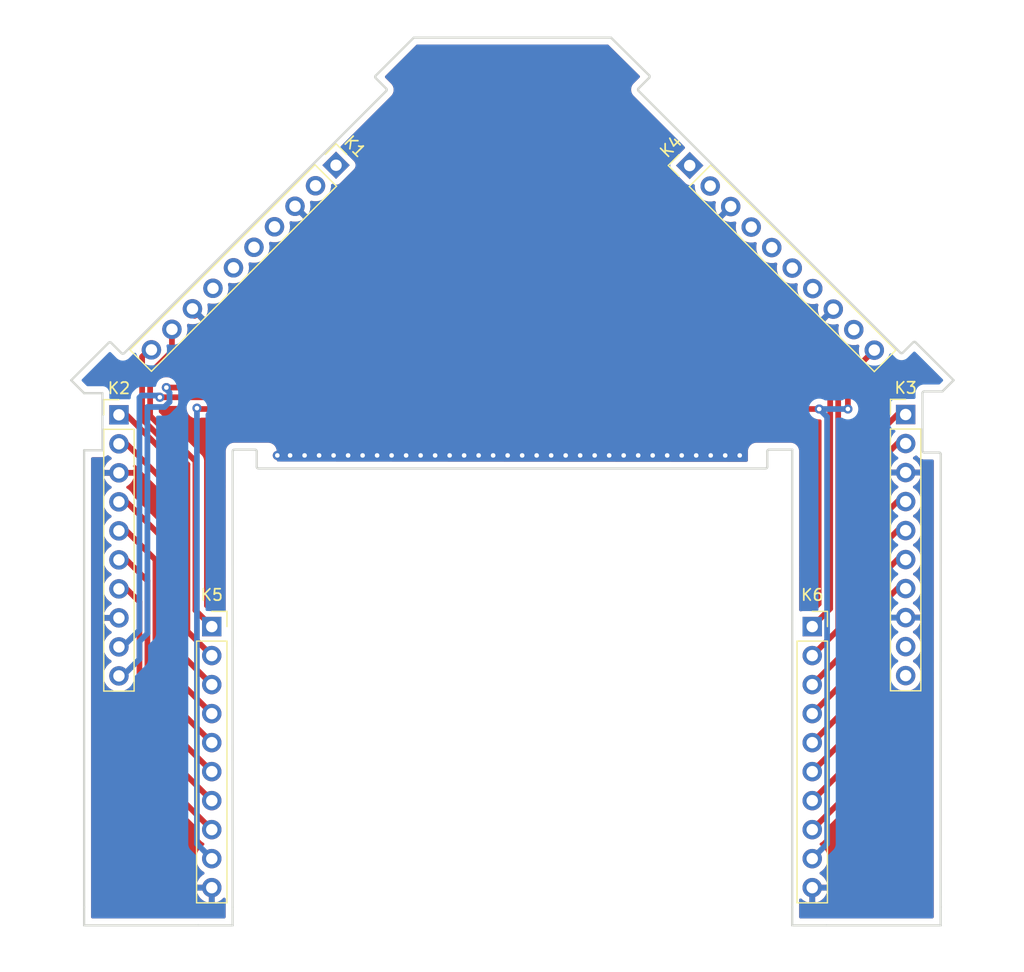
<source format=kicad_pcb>
(kicad_pcb (version 20171130) (host pcbnew "(5.1.8)-1")

  (general
    (thickness 1.6)
    (drawings 58)
    (tracks 124)
    (zones 0)
    (modules 6)
    (nets 19)
  )

  (page A4)
  (layers
    (0 F.Cu signal)
    (31 B.Cu signal)
    (32 B.Adhes user)
    (33 F.Adhes user)
    (34 B.Paste user)
    (35 F.Paste user)
    (36 B.SilkS user)
    (37 F.SilkS user)
    (38 B.Mask user)
    (39 F.Mask user)
    (40 Dwgs.User user)
    (41 Cmts.User user)
    (42 Eco1.User user)
    (43 Eco2.User user)
    (44 Edge.Cuts user)
    (45 Margin user)
    (46 B.CrtYd user)
    (47 F.CrtYd user)
    (48 B.Fab user)
    (49 F.Fab user)
  )

  (setup
    (last_trace_width 0.25)
    (user_trace_width 0.25)
    (user_trace_width 0.5)
    (user_trace_width 0.75)
    (trace_clearance 0.2)
    (zone_clearance 0.508)
    (zone_45_only no)
    (trace_min 0.2)
    (via_size 0.8)
    (via_drill 0.4)
    (via_min_size 0.4)
    (via_min_drill 0.3)
    (uvia_size 0.3)
    (uvia_drill 0.1)
    (uvias_allowed no)
    (uvia_min_size 0.2)
    (uvia_min_drill 0.1)
    (edge_width 0.1)
    (segment_width 0.2)
    (pcb_text_width 0.3)
    (pcb_text_size 1.5 1.5)
    (mod_edge_width 0.15)
    (mod_text_size 1 1)
    (mod_text_width 0.15)
    (pad_size 1.524 1.524)
    (pad_drill 0.762)
    (pad_to_mask_clearance 0)
    (aux_axis_origin 0 0)
    (grid_origin 21.4884 45.466)
    (visible_elements 7FFFFFFF)
    (pcbplotparams
      (layerselection 0x010fc_ffffffff)
      (usegerberextensions false)
      (usegerberattributes true)
      (usegerberadvancedattributes true)
      (creategerberjobfile true)
      (excludeedgelayer true)
      (linewidth 0.100000)
      (plotframeref false)
      (viasonmask false)
      (mode 1)
      (useauxorigin false)
      (hpglpennumber 1)
      (hpglpenspeed 20)
      (hpglpendiameter 15.000000)
      (psnegative false)
      (psa4output false)
      (plotreference true)
      (plotvalue true)
      (plotinvisibletext false)
      (padsonsilk false)
      (subtractmaskfromsilk false)
      (outputformat 1)
      (mirror false)
      (drillshape 1)
      (scaleselection 1)
      (outputdirectory ""))
  )

  (net 0 "")
  (net 1 C7)
  (net 2 C6)
  (net 3 C5)
  (net 4 C4)
  (net 5 C3)
  (net 6 C2)
  (net 7 C1)
  (net 8 C0)
  (net 9 GPIO15)
  (net 10 GPIO14)
  (net 11 AGND)
  (net 12 VBUS)
  (net 13 GPIO21)
  (net 14 GPIO20)
  (net 15 GPIO19)
  (net 16 GPIO18)
  (net 17 GPIO17)
  (net 18 GPIO16)

  (net_class Default "Dies ist die voreingestellte Netzklasse."
    (clearance 0.2)
    (trace_width 0.25)
    (via_dia 0.8)
    (via_drill 0.4)
    (uvia_dia 0.3)
    (uvia_drill 0.1)
    (add_net AGND)
    (add_net C0)
    (add_net C1)
    (add_net C2)
    (add_net C3)
    (add_net C4)
    (add_net C5)
    (add_net C6)
    (add_net C7)
    (add_net GPIO14)
    (add_net GPIO15)
    (add_net GPIO16)
    (add_net GPIO17)
    (add_net GPIO18)
    (add_net GPIO19)
    (add_net GPIO20)
    (add_net GPIO21)
    (add_net VBUS)
  )

  (module Connector_PinHeader_2.54mm:PinHeader_1x10_P2.54mm_Vertical (layer F.Cu) (tedit 59FED5CC) (tstamp 61698367)
    (at 75.631139 26.685339 45)
    (descr "Through hole straight pin header, 1x10, 2.54mm pitch, single row")
    (tags "Through hole pin header THT 1x10 2.54mm single row")
    (path /616A7279)
    (fp_text reference K4 (at 0 -2.33 45) (layer F.SilkS)
      (effects (font (size 1 1) (thickness 0.15)))
    )
    (fp_text value Conn_01x10 (at 0 25.19 45) (layer F.Fab)
      (effects (font (size 1 1) (thickness 0.15)))
    )
    (fp_line (start 1.8 -1.8) (end -1.8 -1.8) (layer F.CrtYd) (width 0.05))
    (fp_line (start 1.8 24.65) (end 1.8 -1.8) (layer F.CrtYd) (width 0.05))
    (fp_line (start -1.8 24.65) (end 1.8 24.65) (layer F.CrtYd) (width 0.05))
    (fp_line (start -1.8 -1.8) (end -1.8 24.65) (layer F.CrtYd) (width 0.05))
    (fp_line (start -1.33 -1.33) (end 0 -1.33) (layer F.SilkS) (width 0.12))
    (fp_line (start -1.33 0) (end -1.33 -1.33) (layer F.SilkS) (width 0.12))
    (fp_line (start -1.33 1.27) (end 1.33 1.27) (layer F.SilkS) (width 0.12))
    (fp_line (start 1.33 1.27) (end 1.33 24.19) (layer F.SilkS) (width 0.12))
    (fp_line (start -1.33 1.27) (end -1.33 24.19) (layer F.SilkS) (width 0.12))
    (fp_line (start -1.33 24.19) (end 1.33 24.19) (layer F.SilkS) (width 0.12))
    (fp_line (start -1.27 -0.635) (end -0.635 -1.27) (layer F.Fab) (width 0.1))
    (fp_line (start -1.27 24.13) (end -1.27 -0.635) (layer F.Fab) (width 0.1))
    (fp_line (start 1.27 24.13) (end -1.27 24.13) (layer F.Fab) (width 0.1))
    (fp_line (start 1.27 -1.27) (end 1.27 24.13) (layer F.Fab) (width 0.1))
    (fp_line (start -0.635 -1.27) (end 1.27 -1.27) (layer F.Fab) (width 0.1))
    (fp_text user %R (at 0 11.43 135) (layer F.Fab)
      (effects (font (size 1 1) (thickness 0.15)))
    )
    (pad 10 thru_hole oval (at 0 22.86 45) (size 1.7 1.7) (drill 1) (layers *.Cu *.Mask)
      (net 12 VBUS))
    (pad 9 thru_hole oval (at 0 20.32 45) (size 1.7 1.7) (drill 1) (layers *.Cu *.Mask))
    (pad 8 thru_hole oval (at 0 17.78 45) (size 1.7 1.7) (drill 1) (layers *.Cu *.Mask)
      (net 11 AGND))
    (pad 7 thru_hole oval (at 0 15.24 45) (size 1.7 1.7) (drill 1) (layers *.Cu *.Mask))
    (pad 6 thru_hole oval (at 0 12.7 45) (size 1.7 1.7) (drill 1) (layers *.Cu *.Mask))
    (pad 5 thru_hole oval (at 0 10.16 45) (size 1.7 1.7) (drill 1) (layers *.Cu *.Mask))
    (pad 4 thru_hole oval (at 0 7.62 45) (size 1.7 1.7) (drill 1) (layers *.Cu *.Mask))
    (pad 3 thru_hole oval (at 0 5.08 45) (size 1.7 1.7) (drill 1) (layers *.Cu *.Mask)
      (net 11 AGND))
    (pad 2 thru_hole oval (at 0 2.54 45) (size 1.7 1.7) (drill 1) (layers *.Cu *.Mask))
    (pad 1 thru_hole rect (at 0 0 45) (size 1.7 1.7) (drill 1) (layers *.Cu *.Mask))
    (model ${KISYS3DMOD}/Connector_PinHeader_2.54mm.3dshapes/PinHeader_1x10_P2.54mm_Vertical.wrl
      (at (xyz 0 0 0))
      (scale (xyz 1 1 1))
      (rotate (xyz 0 0 0))
    )
  )

  (module Connector_PinHeader_2.54mm:PinHeader_1x10_P2.54mm_Vertical (layer F.Cu) (tedit 59FED5CC) (tstamp 61698385)
    (at 94.5388 48.4886)
    (descr "Through hole straight pin header, 1x10, 2.54mm pitch, single row")
    (tags "Through hole pin header THT 1x10 2.54mm single row")
    (path /616B3641)
    (fp_text reference K3 (at 0 -2.33) (layer F.SilkS)
      (effects (font (size 1 1) (thickness 0.15)))
    )
    (fp_text value Conn_01x10 (at 0 25.19) (layer F.Fab)
      (effects (font (size 1 1) (thickness 0.15)))
    )
    (fp_line (start 1.8 -1.8) (end -1.8 -1.8) (layer F.CrtYd) (width 0.05))
    (fp_line (start 1.8 24.65) (end 1.8 -1.8) (layer F.CrtYd) (width 0.05))
    (fp_line (start -1.8 24.65) (end 1.8 24.65) (layer F.CrtYd) (width 0.05))
    (fp_line (start -1.8 -1.8) (end -1.8 24.65) (layer F.CrtYd) (width 0.05))
    (fp_line (start -1.33 -1.33) (end 0 -1.33) (layer F.SilkS) (width 0.12))
    (fp_line (start -1.33 0) (end -1.33 -1.33) (layer F.SilkS) (width 0.12))
    (fp_line (start -1.33 1.27) (end 1.33 1.27) (layer F.SilkS) (width 0.12))
    (fp_line (start 1.33 1.27) (end 1.33 24.19) (layer F.SilkS) (width 0.12))
    (fp_line (start -1.33 1.27) (end -1.33 24.19) (layer F.SilkS) (width 0.12))
    (fp_line (start -1.33 24.19) (end 1.33 24.19) (layer F.SilkS) (width 0.12))
    (fp_line (start -1.27 -0.635) (end -0.635 -1.27) (layer F.Fab) (width 0.1))
    (fp_line (start -1.27 24.13) (end -1.27 -0.635) (layer F.Fab) (width 0.1))
    (fp_line (start 1.27 24.13) (end -1.27 24.13) (layer F.Fab) (width 0.1))
    (fp_line (start 1.27 -1.27) (end 1.27 24.13) (layer F.Fab) (width 0.1))
    (fp_line (start -0.635 -1.27) (end 1.27 -1.27) (layer F.Fab) (width 0.1))
    (fp_text user %R (at 0 11.43 90) (layer F.Fab)
      (effects (font (size 1 1) (thickness 0.15)))
    )
    (pad 10 thru_hole oval (at 0 22.86) (size 1.7 1.7) (drill 1) (layers *.Cu *.Mask))
    (pad 9 thru_hole oval (at 0 20.32) (size 1.7 1.7) (drill 1) (layers *.Cu *.Mask))
    (pad 8 thru_hole oval (at 0 17.78) (size 1.7 1.7) (drill 1) (layers *.Cu *.Mask)
      (net 11 AGND))
    (pad 7 thru_hole oval (at 0 15.24) (size 1.7 1.7) (drill 1) (layers *.Cu *.Mask)
      (net 13 GPIO21))
    (pad 6 thru_hole oval (at 0 12.7) (size 1.7 1.7) (drill 1) (layers *.Cu *.Mask)
      (net 14 GPIO20))
    (pad 5 thru_hole oval (at 0 10.16) (size 1.7 1.7) (drill 1) (layers *.Cu *.Mask)
      (net 15 GPIO19))
    (pad 4 thru_hole oval (at 0 7.62) (size 1.7 1.7) (drill 1) (layers *.Cu *.Mask)
      (net 16 GPIO18))
    (pad 3 thru_hole oval (at 0 5.08) (size 1.7 1.7) (drill 1) (layers *.Cu *.Mask)
      (net 11 AGND))
    (pad 2 thru_hole oval (at 0 2.54) (size 1.7 1.7) (drill 1) (layers *.Cu *.Mask)
      (net 17 GPIO17))
    (pad 1 thru_hole rect (at 0 0) (size 1.7 1.7) (drill 1) (layers *.Cu *.Mask)
      (net 18 GPIO16))
    (model ${KISYS3DMOD}/Connector_PinHeader_2.54mm.3dshapes/PinHeader_1x10_P2.54mm_Vertical.wrl
      (at (xyz 0 0 0))
      (scale (xyz 1 1 1))
      (rotate (xyz 0 0 0))
    )
  )

  (module Connector_PinHeader_2.54mm:PinHeader_1x10_P2.54mm_Vertical (layer F.Cu) (tedit 59FED5CC) (tstamp 616982D5)
    (at 25.654 48.514)
    (descr "Through hole straight pin header, 1x10, 2.54mm pitch, single row")
    (tags "Through hole pin header THT 1x10 2.54mm single row")
    (path /616F454C)
    (fp_text reference K2 (at 0 -2.33) (layer F.SilkS)
      (effects (font (size 1 1) (thickness 0.15)))
    )
    (fp_text value Conn_01x10 (at 0 25.19) (layer F.Fab)
      (effects (font (size 1 1) (thickness 0.15)))
    )
    (fp_line (start 1.8 -1.8) (end -1.8 -1.8) (layer F.CrtYd) (width 0.05))
    (fp_line (start 1.8 24.65) (end 1.8 -1.8) (layer F.CrtYd) (width 0.05))
    (fp_line (start -1.8 24.65) (end 1.8 24.65) (layer F.CrtYd) (width 0.05))
    (fp_line (start -1.8 -1.8) (end -1.8 24.65) (layer F.CrtYd) (width 0.05))
    (fp_line (start -1.33 -1.33) (end 0 -1.33) (layer F.SilkS) (width 0.12))
    (fp_line (start -1.33 0) (end -1.33 -1.33) (layer F.SilkS) (width 0.12))
    (fp_line (start -1.33 1.27) (end 1.33 1.27) (layer F.SilkS) (width 0.12))
    (fp_line (start 1.33 1.27) (end 1.33 24.19) (layer F.SilkS) (width 0.12))
    (fp_line (start -1.33 1.27) (end -1.33 24.19) (layer F.SilkS) (width 0.12))
    (fp_line (start -1.33 24.19) (end 1.33 24.19) (layer F.SilkS) (width 0.12))
    (fp_line (start -1.27 -0.635) (end -0.635 -1.27) (layer F.Fab) (width 0.1))
    (fp_line (start -1.27 24.13) (end -1.27 -0.635) (layer F.Fab) (width 0.1))
    (fp_line (start 1.27 24.13) (end -1.27 24.13) (layer F.Fab) (width 0.1))
    (fp_line (start 1.27 -1.27) (end 1.27 24.13) (layer F.Fab) (width 0.1))
    (fp_line (start -0.635 -1.27) (end 1.27 -1.27) (layer F.Fab) (width 0.1))
    (fp_text user %R (at 0 11.43 90) (layer F.Fab)
      (effects (font (size 1 1) (thickness 0.15)))
    )
    (pad 10 thru_hole oval (at 0 22.86) (size 1.7 1.7) (drill 1) (layers *.Cu *.Mask)
      (net 9 GPIO15))
    (pad 9 thru_hole oval (at 0 20.32) (size 1.7 1.7) (drill 1) (layers *.Cu *.Mask)
      (net 10 GPIO14))
    (pad 8 thru_hole oval (at 0 17.78) (size 1.7 1.7) (drill 1) (layers *.Cu *.Mask)
      (net 11 AGND))
    (pad 7 thru_hole oval (at 0 15.24) (size 1.7 1.7) (drill 1) (layers *.Cu *.Mask)
      (net 1 C7))
    (pad 6 thru_hole oval (at 0 12.7) (size 1.7 1.7) (drill 1) (layers *.Cu *.Mask)
      (net 2 C6))
    (pad 5 thru_hole oval (at 0 10.16) (size 1.7 1.7) (drill 1) (layers *.Cu *.Mask)
      (net 3 C5))
    (pad 4 thru_hole oval (at 0 7.62) (size 1.7 1.7) (drill 1) (layers *.Cu *.Mask)
      (net 4 C4))
    (pad 3 thru_hole oval (at 0 5.08) (size 1.7 1.7) (drill 1) (layers *.Cu *.Mask)
      (net 11 AGND))
    (pad 2 thru_hole oval (at 0 2.54) (size 1.7 1.7) (drill 1) (layers *.Cu *.Mask)
      (net 5 C3))
    (pad 1 thru_hole rect (at 0 0) (size 1.7 1.7) (drill 1) (layers *.Cu *.Mask)
      (net 6 C2))
    (model ${KISYS3DMOD}/Connector_PinHeader_2.54mm.3dshapes/PinHeader_1x10_P2.54mm_Vertical.wrl
      (at (xyz 0 0 0))
      (scale (xyz 1 1 1))
      (rotate (xyz 0 0 0))
    )
  )

  (module Connector_PinHeader_2.54mm:PinHeader_1x10_P2.54mm_Vertical (layer F.Cu) (tedit 59FED5CC) (tstamp 616982B7)
    (at 44.663261 26.659939 315)
    (descr "Through hole straight pin header, 1x10, 2.54mm pitch, single row")
    (tags "Through hole pin header THT 1x10 2.54mm single row")
    (path /616EA1F3)
    (fp_text reference K1 (at 0 -2.33 135) (layer F.SilkS)
      (effects (font (size 1 1) (thickness 0.15)))
    )
    (fp_text value Conn_01x10 (at 0 25.19 135) (layer F.Fab)
      (effects (font (size 1 1) (thickness 0.15)))
    )
    (fp_line (start 1.8 -1.8) (end -1.8 -1.8) (layer F.CrtYd) (width 0.05))
    (fp_line (start 1.8 24.65) (end 1.8 -1.8) (layer F.CrtYd) (width 0.05))
    (fp_line (start -1.8 24.65) (end 1.8 24.65) (layer F.CrtYd) (width 0.05))
    (fp_line (start -1.8 -1.8) (end -1.8 24.65) (layer F.CrtYd) (width 0.05))
    (fp_line (start -1.33 -1.33) (end 0 -1.33) (layer F.SilkS) (width 0.12))
    (fp_line (start -1.33 0) (end -1.33 -1.33) (layer F.SilkS) (width 0.12))
    (fp_line (start -1.33 1.27) (end 1.33 1.27) (layer F.SilkS) (width 0.12))
    (fp_line (start 1.33 1.27) (end 1.33 24.19) (layer F.SilkS) (width 0.12))
    (fp_line (start -1.33 1.27) (end -1.33 24.19) (layer F.SilkS) (width 0.12))
    (fp_line (start -1.33 24.19) (end 1.33 24.19) (layer F.SilkS) (width 0.12))
    (fp_line (start -1.27 -0.635) (end -0.635 -1.27) (layer F.Fab) (width 0.1))
    (fp_line (start -1.27 24.13) (end -1.27 -0.635) (layer F.Fab) (width 0.1))
    (fp_line (start 1.27 24.13) (end -1.27 24.13) (layer F.Fab) (width 0.1))
    (fp_line (start 1.27 -1.27) (end 1.27 24.13) (layer F.Fab) (width 0.1))
    (fp_line (start -0.635 -1.27) (end 1.27 -1.27) (layer F.Fab) (width 0.1))
    (fp_text user %R (at 0 11.43 45) (layer F.Fab)
      (effects (font (size 1 1) (thickness 0.15)))
    )
    (pad 10 thru_hole oval (at 0 22.86 315) (size 1.7 1.7) (drill 1) (layers *.Cu *.Mask)
      (net 7 C1))
    (pad 9 thru_hole oval (at 0 20.32 315) (size 1.7 1.7) (drill 1) (layers *.Cu *.Mask)
      (net 8 C0))
    (pad 8 thru_hole oval (at 0 17.78 315) (size 1.7 1.7) (drill 1) (layers *.Cu *.Mask)
      (net 11 AGND))
    (pad 7 thru_hole oval (at 0 15.24 315) (size 1.7 1.7) (drill 1) (layers *.Cu *.Mask))
    (pad 6 thru_hole oval (at 0 12.7 315) (size 1.7 1.7) (drill 1) (layers *.Cu *.Mask))
    (pad 5 thru_hole oval (at 0 10.16 315) (size 1.7 1.7) (drill 1) (layers *.Cu *.Mask))
    (pad 4 thru_hole oval (at 0 7.62 315) (size 1.7 1.7) (drill 1) (layers *.Cu *.Mask))
    (pad 3 thru_hole oval (at 0 5.08 315) (size 1.7 1.7) (drill 1) (layers *.Cu *.Mask)
      (net 11 AGND))
    (pad 2 thru_hole oval (at 0 2.54 315) (size 1.7 1.7) (drill 1) (layers *.Cu *.Mask))
    (pad 1 thru_hole rect (at 0 0 315) (size 1.7 1.7) (drill 1) (layers *.Cu *.Mask))
    (model ${KISYS3DMOD}/Connector_PinHeader_2.54mm.3dshapes/PinHeader_1x10_P2.54mm_Vertical.wrl
      (at (xyz 0 0 0))
      (scale (xyz 1 1 1))
      (rotate (xyz 0 0 0))
    )
  )

  (module Connector_PinSocket_2.54mm:PinSocket_1x10_P2.54mm_Vertical locked (layer F.Cu) (tedit 5A19A425) (tstamp 61609465)
    (at 86.36 67.056)
    (descr "Through hole straight socket strip, 1x10, 2.54mm pitch, single row (from Kicad 4.0.7), script generated")
    (tags "Through hole socket strip THT 1x10 2.54mm single row")
    (path /6168A897)
    (fp_text reference K6 (at 0 -2.77) (layer F.SilkS)
      (effects (font (size 1 1) (thickness 0.15)))
    )
    (fp_text value Conn_01x10 (at 0 25.63) (layer F.Fab)
      (effects (font (size 1 1) (thickness 0.15)))
    )
    (fp_line (start -1.27 -1.27) (end 0.635 -1.27) (layer F.Fab) (width 0.1))
    (fp_line (start 0.635 -1.27) (end 1.27 -0.635) (layer F.Fab) (width 0.1))
    (fp_line (start 1.27 -0.635) (end 1.27 24.13) (layer F.Fab) (width 0.1))
    (fp_line (start 1.27 24.13) (end -1.27 24.13) (layer F.Fab) (width 0.1))
    (fp_line (start -1.27 24.13) (end -1.27 -1.27) (layer F.Fab) (width 0.1))
    (fp_line (start -1.33 1.27) (end 1.33 1.27) (layer F.SilkS) (width 0.12))
    (fp_line (start -1.33 1.27) (end -1.33 24.19) (layer F.SilkS) (width 0.12))
    (fp_line (start -1.33 24.19) (end 1.33 24.19) (layer F.SilkS) (width 0.12))
    (fp_line (start 1.33 1.27) (end 1.33 24.19) (layer F.SilkS) (width 0.12))
    (fp_line (start 1.33 -1.33) (end 1.33 0) (layer F.SilkS) (width 0.12))
    (fp_line (start 0 -1.33) (end 1.33 -1.33) (layer F.SilkS) (width 0.12))
    (fp_line (start -1.8 -1.8) (end 1.75 -1.8) (layer F.CrtYd) (width 0.05))
    (fp_line (start 1.75 -1.8) (end 1.75 24.6) (layer F.CrtYd) (width 0.05))
    (fp_line (start 1.75 24.6) (end -1.8 24.6) (layer F.CrtYd) (width 0.05))
    (fp_line (start -1.8 24.6) (end -1.8 -1.8) (layer F.CrtYd) (width 0.05))
    (fp_text user %R (at 0 11.43 90) (layer F.Fab)
      (effects (font (size 1 1) (thickness 0.15)))
    )
    (pad 10 thru_hole oval (at 0 22.86) (size 1.7 1.7) (drill 1) (layers *.Cu *.Mask)
      (net 11 AGND))
    (pad 9 thru_hole oval (at 0 20.32) (size 1.7 1.7) (drill 1) (layers *.Cu *.Mask)
      (net 12 VBUS))
    (pad 8 thru_hole oval (at 0 17.78) (size 1.7 1.7) (drill 1) (layers *.Cu *.Mask)
      (net 13 GPIO21))
    (pad 7 thru_hole oval (at 0 15.24) (size 1.7 1.7) (drill 1) (layers *.Cu *.Mask)
      (net 14 GPIO20))
    (pad 6 thru_hole oval (at 0 12.7) (size 1.7 1.7) (drill 1) (layers *.Cu *.Mask)
      (net 15 GPIO19))
    (pad 5 thru_hole oval (at 0 10.16) (size 1.7 1.7) (drill 1) (layers *.Cu *.Mask)
      (net 16 GPIO18))
    (pad 4 thru_hole oval (at 0 7.62) (size 1.7 1.7) (drill 1) (layers *.Cu *.Mask)
      (net 17 GPIO17))
    (pad 3 thru_hole oval (at 0 5.08) (size 1.7 1.7) (drill 1) (layers *.Cu *.Mask)
      (net 18 GPIO16))
    (pad 2 thru_hole oval (at 0 2.54) (size 1.7 1.7) (drill 1) (layers *.Cu *.Mask)
      (net 9 GPIO15))
    (pad 1 thru_hole rect (at 0 0) (size 1.7 1.7) (drill 1) (layers *.Cu *.Mask)
      (net 10 GPIO14))
    (model ${KISYS3DMOD}/Connector_PinSocket_2.54mm.3dshapes/PinSocket_1x10_P2.54mm_Vertical.wrl
      (at (xyz 0 0 0))
      (scale (xyz 1 1 1))
      (rotate (xyz 0 0 0))
    )
  )

  (module Connector_PinSocket_2.54mm:PinSocket_1x10_P2.54mm_Vertical locked (layer F.Cu) (tedit 5A19A425) (tstamp 61609447)
    (at 33.782 67.056)
    (descr "Through hole straight socket strip, 1x10, 2.54mm pitch, single row (from Kicad 4.0.7), script generated")
    (tags "Through hole socket strip THT 1x10 2.54mm single row")
    (path /616866A9)
    (fp_text reference K5 (at 0 -2.77) (layer F.SilkS)
      (effects (font (size 1 1) (thickness 0.15)))
    )
    (fp_text value Conn_01x10 (at 0 25.63) (layer F.Fab)
      (effects (font (size 1 1) (thickness 0.15)))
    )
    (fp_line (start -1.27 -1.27) (end 0.635 -1.27) (layer F.Fab) (width 0.1))
    (fp_line (start 0.635 -1.27) (end 1.27 -0.635) (layer F.Fab) (width 0.1))
    (fp_line (start 1.27 -0.635) (end 1.27 24.13) (layer F.Fab) (width 0.1))
    (fp_line (start 1.27 24.13) (end -1.27 24.13) (layer F.Fab) (width 0.1))
    (fp_line (start -1.27 24.13) (end -1.27 -1.27) (layer F.Fab) (width 0.1))
    (fp_line (start -1.33 1.27) (end 1.33 1.27) (layer F.SilkS) (width 0.12))
    (fp_line (start -1.33 1.27) (end -1.33 24.19) (layer F.SilkS) (width 0.12))
    (fp_line (start -1.33 24.19) (end 1.33 24.19) (layer F.SilkS) (width 0.12))
    (fp_line (start 1.33 1.27) (end 1.33 24.19) (layer F.SilkS) (width 0.12))
    (fp_line (start 1.33 -1.33) (end 1.33 0) (layer F.SilkS) (width 0.12))
    (fp_line (start 0 -1.33) (end 1.33 -1.33) (layer F.SilkS) (width 0.12))
    (fp_line (start -1.8 -1.8) (end 1.75 -1.8) (layer F.CrtYd) (width 0.05))
    (fp_line (start 1.75 -1.8) (end 1.75 24.6) (layer F.CrtYd) (width 0.05))
    (fp_line (start 1.75 24.6) (end -1.8 24.6) (layer F.CrtYd) (width 0.05))
    (fp_line (start -1.8 24.6) (end -1.8 -1.8) (layer F.CrtYd) (width 0.05))
    (fp_text user %R (at 0 11.43 90) (layer F.Fab)
      (effects (font (size 1 1) (thickness 0.15)))
    )
    (pad 10 thru_hole oval (at 0 22.86) (size 1.7 1.7) (drill 1) (layers *.Cu *.Mask)
      (net 11 AGND))
    (pad 9 thru_hole oval (at 0 20.32) (size 1.7 1.7) (drill 1) (layers *.Cu *.Mask)
      (net 12 VBUS))
    (pad 8 thru_hole oval (at 0 17.78) (size 1.7 1.7) (drill 1) (layers *.Cu *.Mask)
      (net 1 C7))
    (pad 7 thru_hole oval (at 0 15.24) (size 1.7 1.7) (drill 1) (layers *.Cu *.Mask)
      (net 2 C6))
    (pad 6 thru_hole oval (at 0 12.7) (size 1.7 1.7) (drill 1) (layers *.Cu *.Mask)
      (net 3 C5))
    (pad 5 thru_hole oval (at 0 10.16) (size 1.7 1.7) (drill 1) (layers *.Cu *.Mask)
      (net 4 C4))
    (pad 4 thru_hole oval (at 0 7.62) (size 1.7 1.7) (drill 1) (layers *.Cu *.Mask)
      (net 5 C3))
    (pad 3 thru_hole oval (at 0 5.08) (size 1.7 1.7) (drill 1) (layers *.Cu *.Mask)
      (net 6 C2))
    (pad 2 thru_hole oval (at 0 2.54) (size 1.7 1.7) (drill 1) (layers *.Cu *.Mask)
      (net 7 C1))
    (pad 1 thru_hole rect (at 0 0) (size 1.7 1.7) (drill 1) (layers *.Cu *.Mask)
      (net 8 C0))
    (model ${KISYS3DMOD}/Connector_PinSocket_2.54mm.3dshapes/PinSocket_1x10_P2.54mm_Vertical.wrl
      (at (xyz 0 0 0))
      (scale (xyz 1 1 1))
      (rotate (xyz 0 0 0))
    )
  )

  (dimension 2.0066 (width 0.15) (layer Dwgs.User)
    (gr_text "2,007 mm" (at 36.7157 55.8846) (layer Dwgs.User)
      (effects (font (size 1 1) (thickness 0.15)))
    )
    (feature1 (pts (xy 37.719 53.1114) (xy 37.719 55.171021)))
    (feature2 (pts (xy 35.7124 53.1114) (xy 35.7124 55.171021)))
    (crossbar (pts (xy 35.7124 54.5846) (xy 37.719 54.5846)))
    (arrow1a (pts (xy 37.719 54.5846) (xy 36.592496 55.171021)))
    (arrow1b (pts (xy 37.719 54.5846) (xy 36.592496 53.998179)))
    (arrow2a (pts (xy 35.7124 54.5846) (xy 36.838904 55.171021)))
    (arrow2b (pts (xy 35.7124 54.5846) (xy 36.838904 53.998179)))
  )
  (dimension 2.0066 (width 0.15) (layer Dwgs.User)
    (gr_text "2,007 mm" (at 83.5025 55.6052) (layer Dwgs.User)
      (effects (font (size 1 1) (thickness 0.15)))
    )
    (feature1 (pts (xy 82.4992 53.086) (xy 82.4992 54.891621)))
    (feature2 (pts (xy 84.5058 53.086) (xy 84.5058 54.891621)))
    (crossbar (pts (xy 84.5058 54.3052) (xy 82.4992 54.3052)))
    (arrow1a (pts (xy 82.4992 54.3052) (xy 83.625704 53.718779)))
    (arrow1b (pts (xy 82.4992 54.3052) (xy 83.625704 54.891621)))
    (arrow2a (pts (xy 84.5058 54.3052) (xy 83.379296 53.718779)))
    (arrow2b (pts (xy 84.5058 54.3052) (xy 83.379296 54.891621)))
  )
  (dimension 7.018228 (width 0.15) (layer F.Fab)
    (gr_text "7,018 mm" (at 24.804711 32.315498 0.8416173308) (layer F.Fab)
      (effects (font (size 1 1) (thickness 0.15)))
    )
    (feature1 (pts (xy 21.4884 45.466) (xy 21.306457 33.080545)))
    (feature2 (pts (xy 28.505871 45.362913) (xy 28.323928 32.977458)))
    (crossbar (pts (xy 28.332542 33.563815) (xy 21.315071 33.666902)))
    (arrow1a (pts (xy 21.315071 33.666902) (xy 22.43284 33.063998)))
    (arrow1b (pts (xy 21.315071 33.666902) (xy 22.450067 34.236713)))
    (arrow2a (pts (xy 28.332542 33.563815) (xy 27.197546 32.994004)))
    (arrow2b (pts (xy 28.332542 33.563815) (xy 27.214773 34.166719)))
  )
  (dimension 7.010446 (width 0.15) (layer F.Fab)
    (gr_text "7,010 mm" (at 95.219367 37.049318 0.2075924956) (layer F.Fab)
      (effects (font (size 1 1) (thickness 0.15)))
    )
    (feature1 (pts (xy 91.7448 45.5168) (xy 91.716752 37.775592)))
    (feature2 (pts (xy 98.7552 45.4914) (xy 98.727152 37.750192)))
    (crossbar (pts (xy 98.729277 38.336609) (xy 91.718877 38.362009)))
    (arrow1a (pts (xy 91.718877 38.362009) (xy 92.843249 37.771511)))
    (arrow1b (pts (xy 91.718877 38.362009) (xy 92.847498 38.944344)))
    (arrow2a (pts (xy 98.729277 38.336609) (xy 97.600656 37.754274)))
    (arrow2b (pts (xy 98.729277 38.336609) (xy 97.604905 38.927107)))
  )
  (gr_line (start 21.4884 45.466) (end 98.7552 45.4914) (layer F.Fab) (width 0.15))
  (dimension 7.0104 (width 0.15) (layer Dwgs.User)
    (gr_text "7,010 mm" (at 24.9936 47.274) (layer Dwgs.User)
      (effects (font (size 1 1) (thickness 0.15)))
    )
    (feature1 (pts (xy 28.4988 45.466) (xy 28.4988 46.560421)))
    (feature2 (pts (xy 21.4884 45.466) (xy 21.4884 46.560421)))
    (crossbar (pts (xy 21.4884 45.974) (xy 28.4988 45.974)))
    (arrow1a (pts (xy 28.4988 45.974) (xy 27.372296 46.560421)))
    (arrow1b (pts (xy 28.4988 45.974) (xy 27.372296 45.387579)))
    (arrow2a (pts (xy 21.4884 45.974) (xy 22.614904 46.560421)))
    (arrow2b (pts (xy 21.4884 45.974) (xy 22.614904 45.387579)))
  )
  (gr_arc (start 25.9969 43.0022) (end 25.8826 43.1165) (angle -90) (layer Edge.Cuts) (width 0.2) (tstamp 6160A62A))
  (gr_arc (start 24.86152 42.30116) (end 24.96312 42.19956) (angle -90) (layer Edge.Cuts) (width 0.2) (tstamp 6160A62A))
  (gr_arc (start 48.9585 20.0533) (end 49.0601 20.1549) (angle -90) (layer Edge.Cuts) (width 0.2) (tstamp 6160A62A))
  (gr_arc (start 48.2346 18.923) (end 48.133 18.8214) (angle -90) (layer Edge.Cuts) (width 0.2) (tstamp 6160A62A))
  (gr_arc (start 71.247 20.0406) (end 71.1454 19.939) (angle -90) (layer Edge.Cuts) (width 0.2) (tstamp 6160A62A))
  (gr_arc (start 94.1832 42.9768) (end 94.0816 43.0784) (angle -90) (layer Edge.Cuts) (width 0.2) (tstamp 6160A62A))
  (gr_arc (start 71.9836 18.8976) (end 72.0852 18.9992) (angle -90) (layer Edge.Cuts) (width 0.2) (tstamp 6160A62A))
  (gr_arc (start 97.4598 51.9684) (end 97.6122 51.9684) (angle -90) (layer Edge.Cuts) (width 0.2) (tstamp 6160A54A))
  (gr_arc (start 96.1644 51.6636) (end 96.012 51.6636) (angle -90) (layer Edge.Cuts) (width 0.2) (tstamp 6160A54A))
  (gr_arc (start 95.3008 42.2656) (end 95.4024 42.164) (angle -90) (layer Edge.Cuts) (width 0.2) (tstamp 6160A54A))
  (gr_arc (start 96.1644 46.618) (end 96.1644 46.4656) (angle -90) (layer Edge.Cuts) (width 0.2) (tstamp 6160A54A))
  (gr_arc (start 35.7632 51.7144) (end 35.7632 51.562) (angle -90) (layer Edge.Cuts) (width 0.2) (tstamp 6160A54A))
  (gr_arc (start 37.5666 51.7144) (end 37.719 51.7144) (angle -90) (layer Edge.Cuts) (width 0.2) (tstamp 6160A54A))
  (gr_arc (start 82.5754 51.7144) (end 82.5754 51.562) (angle -90) (layer Edge.Cuts) (width 0.2) (tstamp 6160A54A))
  (gr_arc (start 82.2706 53.0606) (end 82.2706 53.213) (angle -90) (layer Edge.Cuts) (width 0.2) (tstamp 6160A54A))
  (gr_arc (start 37.8714 53.0606) (end 37.719 53.0606) (angle -90) (layer Edge.Cuts) (width 0.2))
  (gr_line (start 87.606 93.218) (end 84.606 93.218) (layer Edge.Cuts) (width 0.2))
  (gr_line (start 22.606 46.618) (end 21.47463 45.4866) (layer Edge.Cuts) (width 0.2))
  (gr_line (start 68.7374 15.4866) (end 51.4746 15.4866) (layer Edge.Cuts) (width 0.2))
  (gr_line (start 84.606 91.618) (end 84.606 93.218) (layer Edge.Cuts) (width 0.2))
  (gr_line (start 51.4746 15.4866) (end 48.133 18.8214) (layer Edge.Cuts) (width 0.2))
  (gr_line (start 24.96312 42.19956) (end 25.8826 43.1165) (layer Edge.Cuts) (width 0.2))
  (gr_line (start 37.8714 53.213) (end 82.2706 53.213) (layer Edge.Cuts) (width 0.2))
  (gr_line (start 32.606 93.218) (end 35.606 93.218) (layer Edge.Cuts) (width 0.2))
  (gr_line (start 21.47463 45.4866) (end 24.75992 42.19956) (layer Edge.Cuts) (width 0.2))
  (gr_line (start 35.606 91.618) (end 35.606 93.218) (layer Edge.Cuts) (width 0.2))
  (gr_line (start 68.7374 15.4866) (end 72.0852 18.796) (layer Edge.Cuts) (width 0.2))
  (gr_line (start 37.719 51.7144) (end 37.719 53.0606) (layer Edge.Cuts) (width 0.2))
  (gr_line (start 22.606 51.618) (end 24.206 51.618) (layer Edge.Cuts) (width 0.2))
  (gr_line (start 97.75444 46.46676) (end 98.7374 45.4866) (layer Edge.Cuts) (width 0.2))
  (gr_line (start 24.206 51.618) (end 24.206 46.618) (layer Edge.Cuts) (width 0.2))
  (gr_line (start 95.1992 42.164) (end 94.2848 43.0784) (layer Edge.Cuts) (width 0.2))
  (gr_line (start 82.423 53.0606) (end 82.423 51.7144) (layer Edge.Cuts) (width 0.2))
  (gr_line (start 72.0852 18.9992) (end 71.1454 19.939) (layer Edge.Cuts) (width 0.2))
  (gr_line (start 98.7374 45.4866) (end 95.4024 42.164) (layer Edge.Cuts) (width 0.2))
  (gr_line (start 48.133 19.0246) (end 49.0601 19.9517) (layer Edge.Cuts) (width 0.2))
  (gr_line (start 97.606 93.218) (end 97.606 91.618) (layer Edge.Cuts) (width 0.2))
  (gr_line (start 97.606 93.218) (end 87.606 93.218) (layer Edge.Cuts) (width 0.2))
  (gr_line (start 97.4598 51.816) (end 96.1644 51.816) (layer Edge.Cuts) (width 0.2))
  (gr_line (start 97.606 91.618) (end 97.6122 51.9684) (layer Edge.Cuts) (width 0.2))
  (gr_line (start 94.0816 43.0784) (end 71.1454 20.1422) (layer Edge.Cuts) (width 0.2))
  (gr_line (start 84.6074 51.562) (end 82.5754 51.562) (layer Edge.Cuts) (width 0.2))
  (gr_line (start 35.606 91.618) (end 35.6108 51.7144) (layer Edge.Cuts) (width 0.2))
  (gr_line (start 96.1644 46.4656) (end 97.75444 46.46676) (layer Edge.Cuts) (width 0.2))
  (gr_line (start 96.012 51.6636) (end 96.012 46.618) (layer Edge.Cuts) (width 0.2))
  (gr_line (start 84.606 91.618) (end 84.6074 51.562) (layer Edge.Cuts) (width 0.2))
  (gr_line (start 37.5666 51.562) (end 35.7632 51.562) (layer Edge.Cuts) (width 0.2))
  (gr_line (start 24.206 46.618) (end 22.606 46.618) (layer Edge.Cuts) (width 0.2))
  (gr_line (start 26.1112 43.1165) (end 49.0601 20.1549) (layer Edge.Cuts) (width 0.2))
  (gr_line (start 22.606 93.218) (end 22.606 91.618) (layer Edge.Cuts) (width 0.2))
  (gr_line (start 22.606 91.618) (end 22.606 51.618) (layer Edge.Cuts) (width 0.2))
  (gr_line (start 22.606 93.218) (end 32.606 93.218) (layer Edge.Cuts) (width 0.2))

  (segment (start 27.449301 64.888901) (end 27.449301 78.503301) (width 0.5) (layer F.Cu) (net 1))
  (segment (start 27.449301 78.503301) (end 33.782 84.836) (width 0.5) (layer F.Cu) (net 1))
  (segment (start 26.1493 63.5889) (end 27.449301 64.888901) (width 0.5) (layer F.Cu) (net 1))
  (segment (start 28.149311 76.663311) (end 33.782 82.296) (width 0.5) (layer F.Cu) (net 2))
  (segment (start 28.149311 63.048911) (end 28.149311 76.663311) (width 0.5) (layer F.Cu) (net 2))
  (segment (start 26.1493 61.0489) (end 28.149311 63.048911) (width 0.5) (layer F.Cu) (net 2))
  (segment (start 28.849321 61.208921) (end 28.849321 74.823321) (width 0.5) (layer F.Cu) (net 3))
  (segment (start 28.849321 74.823321) (end 33.782 79.756) (width 0.5) (layer F.Cu) (net 3))
  (segment (start 26.1493 58.5089) (end 28.849321 61.208921) (width 0.5) (layer F.Cu) (net 3))
  (segment (start 29.549331 72.983331) (end 33.782 77.216) (width 0.5) (layer F.Cu) (net 4))
  (segment (start 29.549331 59.368931) (end 29.549331 72.983331) (width 0.5) (layer F.Cu) (net 4))
  (segment (start 26.1493 55.9689) (end 29.549331 59.368931) (width 0.5) (layer F.Cu) (net 4))
  (segment (start 30.249341 71.143341) (end 33.782 74.676) (width 0.5) (layer F.Cu) (net 5))
  (segment (start 30.249341 54.988941) (end 30.249341 71.143341) (width 0.5) (layer F.Cu) (net 5))
  (segment (start 26.1493 50.8889) (end 30.249341 54.988941) (width 0.5) (layer F.Cu) (net 5))
  (segment (start 30.949351 69.303351) (end 33.782 72.136) (width 0.5) (layer F.Cu) (net 6))
  (segment (start 30.949351 53.148951) (end 30.949351 69.303351) (width 0.5) (layer F.Cu) (net 6))
  (segment (start 26.1493 48.3489) (end 30.949351 53.148951) (width 0.5) (layer F.Cu) (net 6))
  (segment (start 31.649361 52.858999) (end 31.649361 67.463361) (width 0.5) (layer F.Cu) (net 7))
  (segment (start 27.686 48.895638) (end 31.649361 52.858999) (width 0.5) (layer F.Cu) (net 7))
  (segment (start 27.686 43.423025) (end 27.686 48.895638) (width 0.5) (layer F.Cu) (net 7))
  (segment (start 31.649361 67.463361) (end 33.782 69.596) (width 0.5) (layer F.Cu) (net 7))
  (segment (start 28.284625 42.8244) (end 27.686 43.423025) (width 0.5) (layer F.Cu) (net 7))
  (segment (start 28.4988 42.8244) (end 28.284625 42.8244) (width 0.5) (layer F.Cu) (net 7))
  (segment (start 32.349371 52.569046) (end 28.38601 48.605686) (width 0.5) (layer F.Cu) (net 8))
  (segment (start 32.349371 65.623371) (end 32.349371 52.569046) (width 0.5) (layer F.Cu) (net 8))
  (segment (start 33.782 67.056) (end 32.349371 65.623371) (width 0.5) (layer F.Cu) (net 8))
  (segment (start 30.294851 42.952351) (end 30.294851 41.028349) (width 0.5) (layer F.Cu) (net 8))
  (segment (start 28.38601 44.861192) (end 30.294851 42.952351) (width 0.5) (layer F.Cu) (net 8))
  (segment (start 28.38601 48.605686) (end 28.38601 44.861192) (width 0.5) (layer F.Cu) (net 8))
  (via (at 29.8069 46.1264) (size 0.8) (drill 0.4) (layers F.Cu B.Cu) (net 9))
  (segment (start 29.8069 46.1264) (end 35.344739 46.126399) (width 0.5) (layer F.Cu) (net 9))
  (segment (start 35.344739 46.126399) (end 36.779838 44.6913) (width 0.5) (layer F.Cu) (net 9))
  (segment (start 36.779838 44.6913) (end 87.7316 44.6913) (width 0.5) (layer F.Cu) (net 9))
  (segment (start 88.632339 67.323661) (end 86.36 69.596) (width 0.5) (layer F.Cu) (net 9))
  (segment (start 87.7316 44.6913) (end 88.632339 45.592039) (width 0.5) (layer F.Cu) (net 9))
  (segment (start 88.632339 45.592039) (end 88.632339 67.323661) (width 0.5) (layer F.Cu) (net 9))
  (segment (start 28.149311 67.658852) (end 27.449301 68.358862) (width 0.5) (layer B.Cu) (net 9))
  (segment (start 29.642212 47.8282) (end 28.149311 47.8282) (width 0.5) (layer B.Cu) (net 9))
  (segment (start 30.086011 47.384401) (end 29.642212 47.8282) (width 0.5) (layer B.Cu) (net 9))
  (segment (start 28.149311 47.8282) (end 28.149311 67.658852) (width 0.5) (layer B.Cu) (net 9))
  (segment (start 30.086011 46.568399) (end 30.086011 47.384401) (width 0.5) (layer B.Cu) (net 9))
  (segment (start 29.8069 46.289288) (end 30.086011 46.568399) (width 0.5) (layer B.Cu) (net 9))
  (segment (start 27.449301 69.908899) (end 26.1493 71.2089) (width 0.5) (layer B.Cu) (net 9))
  (segment (start 27.449301 68.358862) (end 27.449301 69.908899) (width 0.5) (layer B.Cu) (net 9))
  (segment (start 29.8069 46.1264) (end 29.8069 46.289288) (width 0.5) (layer B.Cu) (net 9))
  (segment (start 27.449301 47.007301) (end 27.630192 46.82641) (width 0.5) (layer B.Cu) (net 10))
  (segment (start 27.449301 67.368899) (end 27.449301 47.007301) (width 0.5) (layer B.Cu) (net 10))
  (segment (start 26.1493 68.6689) (end 27.449301 67.368899) (width 0.5) (layer B.Cu) (net 10))
  (via (at 29.23601 46.9764) (size 0.8) (drill 0.4) (layers F.Cu B.Cu) (net 10))
  (segment (start 29.08602 46.82641) (end 29.23601 46.9764) (width 0.5) (layer B.Cu) (net 10))
  (segment (start 27.630192 46.82641) (end 29.08602 46.82641) (width 0.5) (layer B.Cu) (net 10))
  (segment (start 87.932329 45.882629) (end 87.44101 45.39131) (width 0.5) (layer F.Cu) (net 10))
  (segment (start 87.932329 65.483671) (end 87.932329 45.882629) (width 0.5) (layer F.Cu) (net 10))
  (segment (start 87.44101 45.39131) (end 37.06979 45.39131) (width 0.5) (layer F.Cu) (net 10))
  (segment (start 86.36 67.056) (end 87.932329 65.483671) (width 0.5) (layer F.Cu) (net 10))
  (segment (start 35.4847 46.9764) (end 37.06979 45.39131) (width 0.5) (layer F.Cu) (net 10))
  (segment (start 29.23601 46.9764) (end 35.4847 46.9764) (width 0.5) (layer F.Cu) (net 10))
  (segment (start 32.246389 39.8526) (end 32.294435 39.8526) (width 0.5) (layer F.Cu) (net 11))
  (via (at 39.5224 52.07) (size 0.8) (drill 0.4) (layers F.Cu B.Cu) (net 11))
  (via (at 41.91 52.07) (size 0.8) (drill 0.4) (layers F.Cu B.Cu) (net 11))
  (via (at 43.18 52.07) (size 0.8) (drill 0.4) (layers F.Cu B.Cu) (net 11))
  (via (at 44.45 52.07) (size 0.8) (drill 0.4) (layers F.Cu B.Cu) (net 11))
  (via (at 45.72 52.07) (size 0.8) (drill 0.4) (layers F.Cu B.Cu) (net 11))
  (via (at 46.99 52.07) (size 0.8) (drill 0.4) (layers F.Cu B.Cu) (net 11))
  (via (at 40.64 52.07) (size 0.8) (drill 0.4) (layers F.Cu B.Cu) (net 11))
  (via (at 48.26 52.07) (size 0.8) (drill 0.4) (layers F.Cu B.Cu) (net 11))
  (via (at 49.53 52.07) (size 0.8) (drill 0.4) (layers F.Cu B.Cu) (net 11))
  (via (at 50.8 52.07) (size 0.8) (drill 0.4) (layers F.Cu B.Cu) (net 11))
  (via (at 52.07 52.07) (size 0.8) (drill 0.4) (layers F.Cu B.Cu) (net 11))
  (via (at 53.34 52.07) (size 0.8) (drill 0.4) (layers F.Cu B.Cu) (net 11))
  (via (at 54.61 52.07) (size 0.8) (drill 0.4) (layers F.Cu B.Cu) (net 11))
  (via (at 55.88 52.07) (size 0.8) (drill 0.4) (layers F.Cu B.Cu) (net 11))
  (via (at 57.15 52.07) (size 0.8) (drill 0.4) (layers F.Cu B.Cu) (net 11))
  (via (at 58.42 52.07) (size 0.8) (drill 0.4) (layers F.Cu B.Cu) (net 11))
  (via (at 59.69 52.07) (size 0.8) (drill 0.4) (layers F.Cu B.Cu) (net 11))
  (via (at 60.96 52.07) (size 0.8) (drill 0.4) (layers F.Cu B.Cu) (net 11))
  (via (at 62.23 52.07) (size 0.8) (drill 0.4) (layers F.Cu B.Cu) (net 11))
  (via (at 63.5 52.07) (size 0.8) (drill 0.4) (layers F.Cu B.Cu) (net 11))
  (via (at 64.77 52.07) (size 0.8) (drill 0.4) (layers F.Cu B.Cu) (net 11))
  (via (at 66.04 52.07) (size 0.8) (drill 0.4) (layers F.Cu B.Cu) (net 11))
  (via (at 67.31 52.07) (size 0.8) (drill 0.4) (layers F.Cu B.Cu) (net 11))
  (via (at 68.58 52.07) (size 0.8) (drill 0.4) (layers F.Cu B.Cu) (net 11))
  (via (at 69.85 52.07) (size 0.8) (drill 0.4) (layers F.Cu B.Cu) (net 11))
  (via (at 71.12 52.07) (size 0.8) (drill 0.4) (layers F.Cu B.Cu) (net 11))
  (via (at 72.39 52.07) (size 0.8) (drill 0.4) (layers F.Cu B.Cu) (net 11))
  (via (at 73.66 52.07) (size 0.8) (drill 0.4) (layers F.Cu B.Cu) (net 11))
  (via (at 74.93 52.07) (size 0.8) (drill 0.4) (layers F.Cu B.Cu) (net 11))
  (via (at 76.2 52.07) (size 0.8) (drill 0.4) (layers F.Cu B.Cu) (net 11))
  (via (at 77.47 52.07) (size 0.8) (drill 0.4) (layers F.Cu B.Cu) (net 11))
  (via (at 78.74 52.07) (size 0.8) (drill 0.4) (layers F.Cu B.Cu) (net 11))
  (via (at 80.01 52.07) (size 0.8) (drill 0.4) (layers F.Cu B.Cu) (net 11))
  (via (at 32.4866 47.9298) (size 0.8) (drill 0.4) (layers F.Cu B.Cu) (net 12))
  (segment (start 32.481999 47.934401) (end 32.4866 47.9298) (width 0.5) (layer B.Cu) (net 12))
  (segment (start 32.481999 86.075999) (end 32.481999 47.934401) (width 0.5) (layer B.Cu) (net 12))
  (segment (start 33.782 87.376) (end 32.481999 86.075999) (width 0.5) (layer B.Cu) (net 12))
  (via (at 86.9696 48.006) (size 0.8) (drill 0.4) (layers F.Cu B.Cu) (net 12))
  (segment (start 87.660001 48.696401) (end 86.9696 48.006) (width 0.5) (layer B.Cu) (net 12))
  (segment (start 87.660001 86.075999) (end 87.660001 48.696401) (width 0.5) (layer B.Cu) (net 12))
  (segment (start 86.36 87.376) (end 87.660001 86.075999) (width 0.5) (layer B.Cu) (net 12))
  (segment (start 32.5628 48.006) (end 32.4866 47.9298) (width 0.5) (layer F.Cu) (net 12))
  (segment (start 86.9696 48.006) (end 32.5628 48.006) (width 0.5) (layer F.Cu) (net 12))
  (via (at 89.482339 48.006) (size 0.8) (drill 0.4) (layers F.Cu B.Cu) (net 12))
  (segment (start 86.9696 48.006) (end 89.482339 48.006) (width 0.5) (layer B.Cu) (net 12))
  (segment (start 89.482339 45.163061) (end 91.7956 42.8498) (width 0.5) (layer F.Cu) (net 12))
  (segment (start 89.482339 48.006) (end 89.482339 45.163061) (width 0.5) (layer F.Cu) (net 12))
  (segment (start 92.832399 78.363601) (end 86.36 84.836) (width 0.5) (layer F.Cu) (net 13))
  (segment (start 92.832399 64.711101) (end 92.832399 78.363601) (width 0.5) (layer F.Cu) (net 13))
  (segment (start 94.1324 63.4111) (end 92.832399 64.711101) (width 0.5) (layer F.Cu) (net 13))
  (segment (start 92.132389 62.871111) (end 94.1324 60.8711) (width 0.5) (layer F.Cu) (net 14))
  (segment (start 92.132389 76.523611) (end 92.132389 62.871111) (width 0.5) (layer F.Cu) (net 14))
  (segment (start 86.36 82.296) (end 92.132389 76.523611) (width 0.5) (layer F.Cu) (net 14))
  (segment (start 91.432379 74.683621) (end 86.36 79.756) (width 0.5) (layer F.Cu) (net 15))
  (segment (start 91.432379 61.031121) (end 91.432379 74.683621) (width 0.5) (layer F.Cu) (net 15))
  (segment (start 94.1324 58.3311) (end 91.432379 61.031121) (width 0.5) (layer F.Cu) (net 15))
  (segment (start 90.732369 59.191131) (end 94.1324 55.7911) (width 0.5) (layer F.Cu) (net 16))
  (segment (start 90.732369 72.843631) (end 90.732369 59.191131) (width 0.5) (layer F.Cu) (net 16))
  (segment (start 86.36 77.216) (end 90.732369 72.843631) (width 0.5) (layer F.Cu) (net 16))
  (segment (start 90.032359 71.003641) (end 86.36 74.676) (width 0.5) (layer F.Cu) (net 17))
  (segment (start 90.032359 54.811141) (end 90.032359 71.003641) (width 0.5) (layer F.Cu) (net 17))
  (segment (start 94.1324 50.7111) (end 90.032359 54.811141) (width 0.5) (layer F.Cu) (net 17))
  (segment (start 89.332349 52.971151) (end 94.1324 48.1711) (width 0.5) (layer F.Cu) (net 18))
  (segment (start 89.332349 69.163651) (end 89.332349 52.971151) (width 0.5) (layer F.Cu) (net 18))
  (segment (start 86.36 72.136) (end 89.332349 69.163651) (width 0.5) (layer F.Cu) (net 18))

  (zone (net 11) (net_name AGND) (layer F.Cu) (tstamp 6160A827) (hatch edge 0.508)
    (connect_pads (clearance 0.508))
    (min_thickness 0.254)
    (fill yes (arc_segments 32) (thermal_gap 0.508) (thermal_bridge_width 0.508))
    (polygon
      (pts
        (xy 104.902 97.028) (xy 15.24 97.282) (xy 15.24 12.7) (xy 104.648 12.7)
      )
    )
    (filled_polygon
      (pts
        (xy 24.707368 52.207475) (xy 24.889534 52.329195) (xy 24.772645 52.398822) (xy 24.556412 52.593731) (xy 24.382359 52.82708)
        (xy 24.257175 53.089901) (xy 24.212524 53.23711) (xy 24.333845 53.467) (xy 25.527 53.467) (xy 25.527 53.447)
        (xy 25.781 53.447) (xy 25.781 53.467) (xy 26.974155 53.467) (xy 27.095476 53.23711) (xy 27.050825 53.089901)
        (xy 27.007261 52.998439) (xy 29.364341 55.35552) (xy 29.364341 57.932362) (xy 27.045949 55.613971) (xy 26.96999 55.430589)
        (xy 26.807475 55.187368) (xy 26.600632 54.980525) (xy 26.418466 54.858805) (xy 26.535355 54.789178) (xy 26.751588 54.594269)
        (xy 26.925641 54.36092) (xy 27.050825 54.098099) (xy 27.095476 53.95089) (xy 26.974155 53.721) (xy 25.781 53.721)
        (xy 25.781 53.741) (xy 25.527 53.741) (xy 25.527 53.721) (xy 24.333845 53.721) (xy 24.212524 53.95089)
        (xy 24.257175 54.098099) (xy 24.382359 54.36092) (xy 24.556412 54.594269) (xy 24.772645 54.789178) (xy 24.889534 54.858805)
        (xy 24.707368 54.980525) (xy 24.500525 55.187368) (xy 24.33801 55.430589) (xy 24.226068 55.700842) (xy 24.169 55.98774)
        (xy 24.169 56.28026) (xy 24.226068 56.567158) (xy 24.33801 56.837411) (xy 24.500525 57.080632) (xy 24.707368 57.287475)
        (xy 24.88176 57.404) (xy 24.707368 57.520525) (xy 24.500525 57.727368) (xy 24.33801 57.970589) (xy 24.226068 58.240842)
        (xy 24.169 58.52774) (xy 24.169 58.82026) (xy 24.226068 59.107158) (xy 24.33801 59.377411) (xy 24.500525 59.620632)
        (xy 24.707368 59.827475) (xy 24.88176 59.944) (xy 24.707368 60.060525) (xy 24.500525 60.267368) (xy 24.33801 60.510589)
        (xy 24.226068 60.780842) (xy 24.169 61.06774) (xy 24.169 61.36026) (xy 24.226068 61.647158) (xy 24.33801 61.917411)
        (xy 24.500525 62.160632) (xy 24.707368 62.367475) (xy 24.88176 62.484) (xy 24.707368 62.600525) (xy 24.500525 62.807368)
        (xy 24.33801 63.050589) (xy 24.226068 63.320842) (xy 24.169 63.60774) (xy 24.169 63.90026) (xy 24.226068 64.187158)
        (xy 24.33801 64.457411) (xy 24.500525 64.700632) (xy 24.707368 64.907475) (xy 24.889534 65.029195) (xy 24.772645 65.098822)
        (xy 24.556412 65.293731) (xy 24.382359 65.52708) (xy 24.257175 65.789901) (xy 24.212524 65.93711) (xy 24.333845 66.167)
        (xy 25.527 66.167) (xy 25.527 66.147) (xy 25.781 66.147) (xy 25.781 66.167) (xy 25.801 66.167)
        (xy 25.801 66.421) (xy 25.781 66.421) (xy 25.781 66.441) (xy 25.527 66.441) (xy 25.527 66.421)
        (xy 24.333845 66.421) (xy 24.212524 66.65089) (xy 24.257175 66.798099) (xy 24.382359 67.06092) (xy 24.556412 67.294269)
        (xy 24.772645 67.489178) (xy 24.889534 67.558805) (xy 24.707368 67.680525) (xy 24.500525 67.887368) (xy 24.33801 68.130589)
        (xy 24.226068 68.400842) (xy 24.169 68.68774) (xy 24.169 68.98026) (xy 24.226068 69.267158) (xy 24.33801 69.537411)
        (xy 24.500525 69.780632) (xy 24.707368 69.987475) (xy 24.88176 70.104) (xy 24.707368 70.220525) (xy 24.500525 70.427368)
        (xy 24.33801 70.670589) (xy 24.226068 70.940842) (xy 24.169 71.22774) (xy 24.169 71.52026) (xy 24.226068 71.807158)
        (xy 24.33801 72.077411) (xy 24.500525 72.320632) (xy 24.707368 72.527475) (xy 24.950589 72.68999) (xy 25.220842 72.801932)
        (xy 25.50774 72.859) (xy 25.80026 72.859) (xy 26.087158 72.801932) (xy 26.357411 72.68999) (xy 26.564302 72.55175)
        (xy 26.564302 78.459822) (xy 26.56002 78.503301) (xy 26.577106 78.676791) (xy 26.627713 78.843614) (xy 26.709891 78.99736)
        (xy 26.792769 79.098347) (xy 26.792772 79.09835) (xy 26.820485 79.132118) (xy 26.854253 79.159831) (xy 32.311461 84.61704)
        (xy 32.297 84.68974) (xy 32.297 84.98226) (xy 32.354068 85.269158) (xy 32.46601 85.539411) (xy 32.628525 85.782632)
        (xy 32.835368 85.989475) (xy 33.00976 86.106) (xy 32.835368 86.222525) (xy 32.628525 86.429368) (xy 32.46601 86.672589)
        (xy 32.354068 86.942842) (xy 32.297 87.22974) (xy 32.297 87.52226) (xy 32.354068 87.809158) (xy 32.46601 88.079411)
        (xy 32.628525 88.322632) (xy 32.835368 88.529475) (xy 33.017534 88.651195) (xy 32.900645 88.720822) (xy 32.684412 88.915731)
        (xy 32.510359 89.14908) (xy 32.385175 89.411901) (xy 32.340524 89.55911) (xy 32.461845 89.789) (xy 33.655 89.789)
        (xy 33.655 89.769) (xy 33.909 89.769) (xy 33.909 89.789) (xy 33.929 89.789) (xy 33.929 90.043)
        (xy 33.909 90.043) (xy 33.909 91.236814) (xy 34.138891 91.357481) (xy 34.413252 91.260157) (xy 34.663355 91.111178)
        (xy 34.871084 90.923935) (xy 34.871005 91.581848) (xy 34.871 91.581896) (xy 34.871 91.620573) (xy 34.870996 91.654016)
        (xy 34.871 91.654057) (xy 34.871001 92.483) (xy 23.341 92.483) (xy 23.341 90.27289) (xy 32.340524 90.27289)
        (xy 32.385175 90.420099) (xy 32.510359 90.68292) (xy 32.684412 90.916269) (xy 32.900645 91.111178) (xy 33.150748 91.260157)
        (xy 33.425109 91.357481) (xy 33.655 91.236814) (xy 33.655 90.043) (xy 32.461845 90.043) (xy 32.340524 90.27289)
        (xy 23.341 90.27289) (xy 23.341 52.353) (xy 24.169895 52.353) (xy 24.206 52.356556) (xy 24.242105 52.353)
        (xy 24.350085 52.342365) (xy 24.488633 52.300337) (xy 24.61632 52.232087) (xy 24.679846 52.179953)
      )
    )
    (filled_polygon
      (pts
        (xy 95.465237 52.209369) (xy 95.471723 52.217321) (xy 95.47173 52.217331) (xy 95.471737 52.217338) (xy 95.490682 52.24024)
        (xy 95.537996 52.287225) (xy 95.58457 52.334785) (xy 95.592477 52.341327) (xy 95.615526 52.360125) (xy 95.671011 52.396988)
        (xy 95.72597 52.43462) (xy 95.734997 52.439501) (xy 95.761259 52.453465) (xy 95.822865 52.478858) (xy 95.884079 52.505094)
        (xy 95.893882 52.50813) (xy 95.922357 52.516727) (xy 95.980051 52.528151) (xy 96.020315 52.540365) (xy 96.061044 52.544376)
        (xy 96.063066 52.544589) (xy 96.063071 52.54459) (xy 96.063075 52.54459) (xy 96.063085 52.544591) (xy 96.092687 52.547493)
        (xy 96.128295 52.551) (xy 96.877109 52.551) (xy 96.871006 91.581841) (xy 96.871001 91.581895) (xy 96.871001 91.615747)
        (xy 96.870995 91.65399) (xy 96.871001 91.654051) (xy 96.871 92.483) (xy 85.341 92.483) (xy 85.341 91.597144)
        (xy 85.341021 90.987126) (xy 85.478645 91.111178) (xy 85.728748 91.260157) (xy 86.003109 91.357481) (xy 86.233 91.236814)
        (xy 86.233 90.043) (xy 86.487 90.043) (xy 86.487 91.236814) (xy 86.716891 91.357481) (xy 86.991252 91.260157)
        (xy 87.241355 91.111178) (xy 87.457588 90.916269) (xy 87.631641 90.68292) (xy 87.756825 90.420099) (xy 87.801476 90.27289)
        (xy 87.680155 90.043) (xy 86.487 90.043) (xy 86.233 90.043) (xy 86.213 90.043) (xy 86.213 89.789)
        (xy 86.233 89.789) (xy 86.233 89.769) (xy 86.487 89.769) (xy 86.487 89.789) (xy 87.680155 89.789)
        (xy 87.801476 89.55911) (xy 87.756825 89.411901) (xy 87.631641 89.14908) (xy 87.457588 88.915731) (xy 87.241355 88.720822)
        (xy 87.124466 88.651195) (xy 87.306632 88.529475) (xy 87.513475 88.322632) (xy 87.67599 88.079411) (xy 87.787932 87.809158)
        (xy 87.845 87.52226) (xy 87.845 87.22974) (xy 87.787932 86.942842) (xy 87.67599 86.672589) (xy 87.513475 86.429368)
        (xy 87.306632 86.222525) (xy 87.13224 86.106) (xy 87.306632 85.989475) (xy 87.513475 85.782632) (xy 87.67599 85.539411)
        (xy 87.787932 85.269158) (xy 87.845 84.98226) (xy 87.845 84.68974) (xy 87.830539 84.617039) (xy 93.427448 79.020131)
        (xy 93.461216 78.992418) (xy 93.57181 78.85766) (xy 93.653988 78.703914) (xy 93.704594 78.537091) (xy 93.717399 78.407078)
        (xy 93.717399 78.407068) (xy 93.72168 78.363602) (xy 93.717399 78.320136) (xy 93.717399 72.585752) (xy 93.835389 72.66459)
        (xy 94.105642 72.776532) (xy 94.39254 72.8336) (xy 94.68506 72.8336) (xy 94.971958 72.776532) (xy 95.242211 72.66459)
        (xy 95.485432 72.502075) (xy 95.692275 72.295232) (xy 95.85479 72.052011) (xy 95.966732 71.781758) (xy 96.0238 71.49486)
        (xy 96.0238 71.20234) (xy 95.966732 70.915442) (xy 95.85479 70.645189) (xy 95.692275 70.401968) (xy 95.485432 70.195125)
        (xy 95.31104 70.0786) (xy 95.485432 69.962075) (xy 95.692275 69.755232) (xy 95.85479 69.512011) (xy 95.966732 69.241758)
        (xy 96.0238 68.95486) (xy 96.0238 68.66234) (xy 95.966732 68.375442) (xy 95.85479 68.105189) (xy 95.692275 67.861968)
        (xy 95.485432 67.655125) (xy 95.303266 67.533405) (xy 95.420155 67.463778) (xy 95.636388 67.268869) (xy 95.810441 67.03552)
        (xy 95.935625 66.772699) (xy 95.980276 66.62549) (xy 95.858955 66.3956) (xy 94.6658 66.3956) (xy 94.6658 66.4156)
        (xy 94.4118 66.4156) (xy 94.4118 66.3956) (xy 94.3918 66.3956) (xy 94.3918 66.1416) (xy 94.4118 66.1416)
        (xy 94.4118 66.1216) (xy 94.6658 66.1216) (xy 94.6658 66.1416) (xy 95.858955 66.1416) (xy 95.980276 65.91171)
        (xy 95.935625 65.764501) (xy 95.810441 65.50168) (xy 95.636388 65.268331) (xy 95.420155 65.073422) (xy 95.303266 65.003795)
        (xy 95.485432 64.882075) (xy 95.692275 64.675232) (xy 95.85479 64.432011) (xy 95.966732 64.161758) (xy 96.0238 63.87486)
        (xy 96.0238 63.58234) (xy 95.966732 63.295442) (xy 95.85479 63.025189) (xy 95.692275 62.781968) (xy 95.485432 62.575125)
        (xy 95.31104 62.4586) (xy 95.485432 62.342075) (xy 95.692275 62.135232) (xy 95.85479 61.892011) (xy 95.966732 61.621758)
        (xy 96.0238 61.33486) (xy 96.0238 61.04234) (xy 95.966732 60.755442) (xy 95.85479 60.485189) (xy 95.692275 60.241968)
        (xy 95.485432 60.035125) (xy 95.31104 59.9186) (xy 95.485432 59.802075) (xy 95.692275 59.595232) (xy 95.85479 59.352011)
        (xy 95.966732 59.081758) (xy 96.0238 58.79486) (xy 96.0238 58.50234) (xy 95.966732 58.215442) (xy 95.85479 57.945189)
        (xy 95.692275 57.701968) (xy 95.485432 57.495125) (xy 95.31104 57.3786) (xy 95.485432 57.262075) (xy 95.692275 57.055232)
        (xy 95.85479 56.812011) (xy 95.966732 56.541758) (xy 96.0238 56.25486) (xy 96.0238 55.96234) (xy 95.966732 55.675442)
        (xy 95.85479 55.405189) (xy 95.692275 55.161968) (xy 95.485432 54.955125) (xy 95.303266 54.833405) (xy 95.420155 54.763778)
        (xy 95.636388 54.568869) (xy 95.810441 54.33552) (xy 95.935625 54.072699) (xy 95.980276 53.92549) (xy 95.858955 53.6956)
        (xy 94.6658 53.6956) (xy 94.6658 53.7156) (xy 94.4118 53.7156) (xy 94.4118 53.6956) (xy 93.218645 53.6956)
        (xy 93.097324 53.92549) (xy 93.141975 54.072699) (xy 93.267159 54.33552) (xy 93.441212 54.568869) (xy 93.657445 54.763778)
        (xy 93.774334 54.833405) (xy 93.592168 54.955125) (xy 93.385325 55.161968) (xy 93.22281 55.405189) (xy 93.191753 55.480168)
        (xy 90.917359 57.754563) (xy 90.917359 55.177719) (xy 93.243293 52.851785) (xy 93.141975 53.064501) (xy 93.097324 53.21171)
        (xy 93.218645 53.4416) (xy 94.4118 53.4416) (xy 94.4118 53.4216) (xy 94.6658 53.4216) (xy 94.6658 53.4416)
        (xy 95.858955 53.4416) (xy 95.980276 53.21171) (xy 95.935625 53.064501) (xy 95.810441 52.80168) (xy 95.636388 52.568331)
        (xy 95.420155 52.373422) (xy 95.303266 52.303795) (xy 95.458954 52.199767)
      )
    )
    (filled_polygon
      (pts
        (xy 31.4516 48.031739) (xy 31.491374 48.231698) (xy 31.569395 48.420056) (xy 31.682663 48.589574) (xy 31.826826 48.733737)
        (xy 31.996344 48.847005) (xy 32.184702 48.925026) (xy 32.384661 48.9648) (xy 32.588539 48.9648) (xy 32.788498 48.925026)
        (xy 32.870643 48.891) (xy 86.431146 48.891) (xy 86.479344 48.923205) (xy 86.667702 49.001226) (xy 86.867661 49.041)
        (xy 87.04733 49.041) (xy 87.047329 65.117092) (xy 86.596493 65.567928) (xy 85.51 65.567928) (xy 85.385518 65.580188)
        (xy 85.341913 65.593416) (xy 85.342401 51.678321) (xy 85.339366 51.64749) (xy 85.339371 51.646721) (xy 85.33837 51.636507)
        (xy 85.337015 51.623618) (xy 85.33177 51.570341) (xy 85.319816 51.530928) (xy 85.309384 51.476241) (xy 85.306419 51.466417)
        (xy 85.297624 51.438004) (xy 85.271795 51.376559) (xy 85.24685 51.314817) (xy 85.242032 51.305756) (xy 85.227885 51.279592)
        (xy 85.190615 51.224337) (xy 85.154163 51.168632) (xy 85.147678 51.160679) (xy 85.128718 51.137761) (xy 85.08144 51.090811)
        (xy 85.03483 51.043215) (xy 85.026923 51.036673) (xy 85.003874 51.017875) (xy 84.948365 50.980996) (xy 84.893431 50.943381)
        (xy 84.884404 50.938499) (xy 84.858141 50.924535) (xy 84.796523 50.899137) (xy 84.735321 50.872906) (xy 84.725522 50.869872)
        (xy 84.725516 50.86987) (xy 84.697044 50.861273) (xy 84.639348 50.849849) (xy 84.599085 50.837635) (xy 84.558356 50.833624)
        (xy 84.556334 50.833411) (xy 84.556329 50.83341) (xy 84.556325 50.83341) (xy 84.556315 50.833409) (xy 84.526714 50.830507)
        (xy 84.526713 50.830507) (xy 84.491105 50.827) (xy 81.447095 50.827) (xy 81.416286 50.830034) (xy 81.415521 50.830029)
        (xy 81.405307 50.83103) (xy 81.392347 50.832392) (xy 81.339115 50.837635) (xy 81.299714 50.849587) (xy 81.245041 50.860016)
        (xy 81.235217 50.862981) (xy 81.206804 50.871776) (xy 81.145359 50.897605) (xy 81.083617 50.92255) (xy 81.074556 50.927368)
        (xy 81.048392 50.941515) (xy 80.993137 50.978785) (xy 80.937432 51.015237) (xy 80.929479 51.021722) (xy 80.906561 51.040682)
        (xy 80.859611 51.08796) (xy 80.812015 51.13457) (xy 80.805473 51.142477) (xy 80.786675 51.165526) (xy 80.749796 51.221035)
        (xy 80.712181 51.275969) (xy 80.707299 51.284996) (xy 80.693335 51.311259) (xy 80.667937 51.372877) (xy 80.641706 51.434079)
        (xy 80.638671 51.443882) (xy 80.630073 51.472356) (xy 80.618647 51.530062) (xy 80.606436 51.570315) (xy 80.602439 51.610893)
        (xy 80.602209 51.613085) (xy 80.599307 51.642686) (xy 80.599307 51.642698) (xy 80.595801 51.678295) (xy 80.5958 52.503049)
        (xy 39.597 52.478351) (xy 39.597 51.678295) (xy 39.593966 51.647486) (xy 39.593971 51.646721) (xy 39.59297 51.636507)
        (xy 39.591608 51.623547) (xy 39.586365 51.570315) (xy 39.574413 51.530914) (xy 39.563984 51.476241) (xy 39.561019 51.466417)
        (xy 39.552224 51.438004) (xy 39.526395 51.376559) (xy 39.50145 51.314817) (xy 39.496632 51.305756) (xy 39.482485 51.279592)
        (xy 39.445215 51.224337) (xy 39.408763 51.168632) (xy 39.402278 51.160679) (xy 39.383318 51.137761) (xy 39.33604 51.090811)
        (xy 39.28943 51.043215) (xy 39.281523 51.036673) (xy 39.258474 51.017875) (xy 39.202965 50.980996) (xy 39.148031 50.943381)
        (xy 39.139004 50.938499) (xy 39.112741 50.924535) (xy 39.051123 50.899137) (xy 38.989921 50.872906) (xy 38.980122 50.869872)
        (xy 38.980116 50.86987) (xy 38.951644 50.861273) (xy 38.893948 50.849849) (xy 38.853685 50.837635) (xy 38.812956 50.833624)
        (xy 38.810934 50.833411) (xy 38.810929 50.83341) (xy 38.810925 50.83341) (xy 38.810915 50.833409) (xy 38.781314 50.830507)
        (xy 38.781313 50.830507) (xy 38.745705 50.827) (xy 35.727095 50.827) (xy 35.696286 50.830034) (xy 35.695521 50.830029)
        (xy 35.685307 50.83103) (xy 35.672347 50.832392) (xy 35.619115 50.837635) (xy 35.579714 50.849587) (xy 35.525041 50.860016)
        (xy 35.515217 50.862981) (xy 35.486804 50.871776) (xy 35.425359 50.897605) (xy 35.363617 50.92255) (xy 35.354556 50.927368)
        (xy 35.328392 50.941515) (xy 35.273137 50.978785) (xy 35.217432 51.015237) (xy 35.209479 51.021722) (xy 35.186561 51.040682)
        (xy 35.139611 51.08796) (xy 35.092015 51.13457) (xy 35.085473 51.142477) (xy 35.066675 51.165526) (xy 35.029796 51.221035)
        (xy 34.992181 51.275969) (xy 34.987299 51.284996) (xy 34.973335 51.311259) (xy 34.947937 51.372877) (xy 34.921706 51.434079)
        (xy 34.918671 51.443882) (xy 34.910073 51.472356) (xy 34.898654 51.530026) (xy 34.886453 51.570229) (xy 34.882497 51.610347)
        (xy 34.882209 51.613085) (xy 34.879307 51.642686) (xy 34.879307 51.642694) (xy 34.875805 51.678207) (xy 34.874128 65.615876)
        (xy 34.756482 65.580188) (xy 34.632 65.567928) (xy 33.545506 65.567928) (xy 33.234371 65.256793) (xy 33.234371 52.612511)
        (xy 33.238652 52.569045) (xy 33.234371 52.525579) (xy 33.234371 52.525569) (xy 33.221566 52.395556) (xy 33.17096 52.228733)
        (xy 33.088782 52.074987) (xy 33.054597 52.033333) (xy 33.005903 51.973999) (xy 33.005901 51.973997) (xy 32.978188 51.940229)
        (xy 32.94442 51.912516) (xy 29.27101 48.239108) (xy 29.27101 48.0114) (xy 29.337949 48.0114) (xy 29.537908 47.971626)
        (xy 29.726266 47.893605) (xy 29.774464 47.8614) (xy 31.4516 47.8614)
      )
    )
    (filled_polygon
      (pts
        (xy 71.144933 18.900021) (xy 70.600147 19.444807) (xy 70.580509 19.468736) (xy 70.579997 19.469241) (xy 70.573483 19.477171)
        (xy 70.565784 19.486679) (xy 70.531314 19.528681) (xy 70.511228 19.566259) (xy 70.481738 19.60965) (xy 70.476888 19.618694)
        (xy 70.463809 19.643499) (xy 70.438621 19.705215) (xy 70.412597 19.766527) (xy 70.409608 19.776303) (xy 70.409605 19.776311)
        (xy 70.409603 19.776319) (xy 70.409597 19.77634) (xy 70.401585 19.803215) (xy 70.388867 19.86865) (xy 70.375255 19.933806)
        (xy 70.374218 19.944016) (xy 70.371579 19.971933) (xy 70.371812 20.038581) (xy 70.371115 20.105167) (xy 70.37208 20.115384)
        (xy 70.374914 20.143283) (xy 70.388088 20.208615) (xy 70.40033 20.27404) (xy 70.403261 20.283875) (xy 70.411459 20.310691)
        (xy 70.437064 20.372207) (xy 70.46181 20.434073) (xy 70.466596 20.443151) (xy 70.479848 20.467866) (xy 70.510692 20.513938)
        (xy 70.531314 20.552519) (xy 70.558337 20.585446) (xy 70.55964 20.587056) (xy 70.577439 20.608725) (xy 70.577448 20.608734)
        (xy 70.600147 20.636393) (xy 75.08789 25.124136) (xy 73.977872 26.234154) (xy 73.89852 26.330845) (xy 73.839555 26.441159)
        (xy 73.803245 26.560857) (xy 73.790985 26.685339) (xy 73.803245 26.809821) (xy 73.839555 26.929519) (xy 73.89852 27.039833)
        (xy 73.977872 27.136524) (xy 75.179954 28.338606) (xy 75.276645 28.417958) (xy 75.386959 28.476923) (xy 75.506657 28.513233)
        (xy 75.631139 28.525493) (xy 75.755621 28.513233) (xy 75.875319 28.476923) (xy 75.94219 28.441179) (xy 75.94219 28.62765)
        (xy 75.999258 28.914548) (xy 76.1112 29.184801) (xy 76.273715 29.428022) (xy 76.480558 29.634865) (xy 76.723779 29.79738)
        (xy 76.994032 29.909322) (xy 77.28093 29.96639) (xy 77.57345 29.96639) (xy 77.788329 29.923648) (xy 77.75491 30.055535)
        (xy 77.739832 30.346256) (xy 77.781761 30.634333) (xy 77.879085 30.908694) (xy 77.951604 31.044359) (xy 78.199948 31.121129)
        (xy 79.043636 30.277441) (xy 79.029494 30.263299) (xy 79.209099 30.083694) (xy 79.223241 30.097836) (xy 79.237384 30.083694)
        (xy 79.416989 30.263299) (xy 79.402846 30.277441) (xy 79.416989 30.291584) (xy 79.237384 30.471189) (xy 79.223241 30.457046)
        (xy 78.379553 31.300734) (xy 78.456323 31.549078) (xy 78.591988 31.621597) (xy 78.866349 31.718921) (xy 79.154426 31.76085)
        (xy 79.445147 31.745772) (xy 79.577036 31.712352) (xy 79.534293 31.927233) (xy 79.534293 32.219753) (xy 79.591361 32.506651)
        (xy 79.703303 32.776904) (xy 79.865818 33.020125) (xy 80.072661 33.226968) (xy 80.315882 33.389483) (xy 80.586135 33.501425)
        (xy 80.873033 33.558493) (xy 81.165553 33.558493) (xy 81.371262 33.517575) (xy 81.330344 33.723284) (xy 81.330344 34.015804)
        (xy 81.387412 34.302702) (xy 81.499354 34.572955) (xy 81.661869 34.816176) (xy 81.868712 35.023019) (xy 82.111933 35.185534)
        (xy 82.382186 35.297476) (xy 82.669084 35.354544) (xy 82.961604 35.354544) (xy 83.167313 35.313626) (xy 83.126395 35.519335)
        (xy 83.126395 35.811855) (xy 83.183463 36.098753) (xy 83.295405 36.369006) (xy 83.45792 36.612227) (xy 83.664763 36.81907)
        (xy 83.907984 36.981585) (xy 84.178237 37.093527) (xy 84.465135 37.150595) (xy 84.757655 37.150595) (xy 84.963364 37.109677)
        (xy 84.922446 37.315386) (xy 84.922446 37.607906) (xy 84.979514 37.894804) (xy 85.091456 38.165057) (xy 85.253971 38.408278)
        (xy 85.460814 38.615121) (xy 85.704035 38.777636) (xy 85.974288 38.889578) (xy 86.261186 38.946646) (xy 86.553706 38.946646)
        (xy 86.768587 38.903903) (xy 86.735167 39.035792) (xy 86.720089 39.326513) (xy 86.762018 39.61459) (xy 86.859342 39.888951)
        (xy 86.931861 40.024616) (xy 87.180205 40.101386) (xy 88.023893 39.257698) (xy 88.009751 39.243556) (xy 88.189356 39.063951)
        (xy 88.203498 39.078093) (xy 88.217641 39.063951) (xy 88.397246 39.243556) (xy 88.383103 39.257698) (xy 88.397246 39.271841)
        (xy 88.217641 39.451446) (xy 88.203498 39.437303) (xy 87.35981 40.280991) (xy 87.43658 40.529335) (xy 87.572245 40.601854)
        (xy 87.846606 40.699178) (xy 88.134683 40.741107) (xy 88.425404 40.726029) (xy 88.557291 40.69261) (xy 88.514549 40.907489)
        (xy 88.514549 41.200009) (xy 88.571617 41.486907) (xy 88.683559 41.75716) (xy 88.846074 42.000381) (xy 89.052917 42.207224)
        (xy 89.296138 42.369739) (xy 89.566391 42.481681) (xy 89.853289 42.538749) (xy 90.145809 42.538749) (xy 90.351518 42.497831)
        (xy 90.3106 42.70354) (xy 90.3106 42.99606) (xy 90.325061 43.06876) (xy 88.88729 44.506532) (xy 88.853523 44.534244)
        (xy 88.841172 44.549294) (xy 88.388134 44.096256) (xy 88.360417 44.062483) (xy 88.225659 43.951889) (xy 88.071913 43.869711)
        (xy 87.90509 43.819105) (xy 87.775077 43.8063) (xy 87.775069 43.8063) (xy 87.7316 43.802019) (xy 87.688131 43.8063)
        (xy 36.823303 43.8063) (xy 36.779837 43.802019) (xy 36.736371 43.8063) (xy 36.736361 43.8063) (xy 36.606348 43.819105)
        (xy 36.439525 43.869711) (xy 36.285779 43.951889) (xy 36.285777 43.95189) (xy 36.285778 43.95189) (xy 36.184791 44.034768)
        (xy 36.184789 44.03477) (xy 36.151021 44.062483) (xy 36.123308 44.096251) (xy 34.978161 45.241399) (xy 30.345356 45.241401)
        (xy 30.297156 45.209195) (xy 30.108798 45.131174) (xy 29.908839 45.0914) (xy 29.704961 45.0914) (xy 29.505002 45.131174)
        (xy 29.316644 45.209195) (xy 29.27101 45.239687) (xy 29.27101 45.22777) (xy 30.889901 43.60888) (xy 30.923668 43.581168)
        (xy 30.967458 43.527811) (xy 31.034262 43.44641) (xy 31.063334 43.392019) (xy 31.11644 43.292664) (xy 31.167046 43.125841)
        (xy 31.179851 42.995828) (xy 31.179851 42.99582) (xy 31.184132 42.952351) (xy 31.179851 42.908882) (xy 31.179851 42.223005)
        (xy 31.241483 42.181824) (xy 31.448326 41.974981) (xy 31.610841 41.73176) (xy 31.722783 41.461507) (xy 31.779851 41.174609)
        (xy 31.779851 40.882089) (xy 31.737109 40.66721) (xy 31.868996 40.700629) (xy 32.159717 40.715707) (xy 32.447794 40.673778)
        (xy 32.722155 40.576454) (xy 32.85782 40.503935) (xy 32.93459 40.255591) (xy 32.090902 39.411903) (xy 32.07676 39.426046)
        (xy 31.897155 39.246441) (xy 31.911297 39.232298) (xy 31.897155 39.218156) (xy 32.07676 39.038551) (xy 32.090902 39.052693)
        (xy 32.105045 39.038551) (xy 32.28465 39.218156) (xy 32.270507 39.232298) (xy 33.114195 40.075986) (xy 33.362539 39.999216)
        (xy 33.435058 39.863551) (xy 33.532382 39.58919) (xy 33.574311 39.301113) (xy 33.559233 39.010392) (xy 33.525813 38.878503)
        (xy 33.740694 38.921246) (xy 34.033214 38.921246) (xy 34.320112 38.864178) (xy 34.590365 38.752236) (xy 34.833586 38.589721)
        (xy 35.040429 38.382878) (xy 35.202944 38.139657) (xy 35.314886 37.869404) (xy 35.371954 37.582506) (xy 35.371954 37.289986)
        (xy 35.331036 37.084277) (xy 35.536745 37.125195) (xy 35.829265 37.125195) (xy 36.116163 37.068127) (xy 36.386416 36.956185)
        (xy 36.629637 36.79367) (xy 36.83648 36.586827) (xy 36.998995 36.343606) (xy 37.110937 36.073353) (xy 37.168005 35.786455)
        (xy 37.168005 35.493935) (xy 37.127087 35.288226) (xy 37.332796 35.329144) (xy 37.625316 35.329144) (xy 37.912214 35.272076)
        (xy 38.182467 35.160134) (xy 38.425688 34.997619) (xy 38.632531 34.790776) (xy 38.795046 34.547555) (xy 38.906988 34.277302)
        (xy 38.964056 33.990404) (xy 38.964056 33.697884) (xy 38.923138 33.492175) (xy 39.128847 33.533093) (xy 39.421367 33.533093)
        (xy 39.708265 33.476025) (xy 39.978518 33.364083) (xy 40.221739 33.201568) (xy 40.428582 32.994725) (xy 40.591097 32.751504)
        (xy 40.703039 32.481251) (xy 40.760107 32.194353) (xy 40.760107 31.901833) (xy 40.717364 31.686952) (xy 40.849253 31.720372)
        (xy 41.139974 31.73545) (xy 41.428051 31.693521) (xy 41.702412 31.596197) (xy 41.838077 31.523678) (xy 41.914847 31.275334)
        (xy 41.071159 30.431646) (xy 41.057017 30.445789) (xy 40.877412 30.266184) (xy 40.891554 30.252041) (xy 40.877412 30.237899)
        (xy 41.057017 30.058294) (xy 41.071159 30.072436) (xy 41.085302 30.058294) (xy 41.264907 30.237899) (xy 41.250764 30.252041)
        (xy 42.094452 31.095729) (xy 42.342796 31.018959) (xy 42.415315 30.883294) (xy 42.512639 30.608933) (xy 42.554568 30.320856)
        (xy 42.53949 30.030135) (xy 42.506071 29.898248) (xy 42.72095 29.94099) (xy 43.01347 29.94099) (xy 43.300368 29.883922)
        (xy 43.570621 29.77198) (xy 43.813842 29.609465) (xy 44.020685 29.402622) (xy 44.1832 29.159401) (xy 44.295142 28.889148)
        (xy 44.35221 28.60225) (xy 44.35221 28.415779) (xy 44.419081 28.451523) (xy 44.538779 28.487833) (xy 44.663261 28.500093)
        (xy 44.787743 28.487833) (xy 44.907441 28.451523) (xy 45.017755 28.392558) (xy 45.114446 28.313206) (xy 46.316528 27.111124)
        (xy 46.39588 27.014433) (xy 46.454845 26.904119) (xy 46.491155 26.784421) (xy 46.503415 26.659939) (xy 46.491155 26.535457)
        (xy 46.454845 26.415759) (xy 46.39588 26.305445) (xy 46.316528 26.208754) (xy 45.182327 25.074553) (xy 49.60549 20.648943)
        (xy 49.625012 20.625143) (xy 49.625503 20.624658) (xy 49.632017 20.616729) (xy 49.640094 20.606754) (xy 49.6743 20.565051)
        (xy 49.694321 20.527568) (xy 49.723762 20.48425) (xy 49.728612 20.475206) (xy 49.741691 20.450401) (xy 49.766879 20.388685)
        (xy 49.792903 20.327373) (xy 49.795904 20.317559) (xy 49.803915 20.290685) (xy 49.81663 20.225264) (xy 49.830245 20.160095)
        (xy 49.831282 20.149885) (xy 49.833921 20.121967) (xy 49.833688 20.055319) (xy 49.834385 19.988733) (xy 49.83342 19.978516)
        (xy 49.830586 19.950618) (xy 49.817413 19.885292) (xy 49.80517 19.81986) (xy 49.802239 19.810025) (xy 49.794041 19.783208)
        (xy 49.768419 19.721652) (xy 49.74369 19.659827) (xy 49.738904 19.650749) (xy 49.725652 19.626035) (xy 49.694814 19.579972)
        (xy 49.674186 19.541379) (xy 49.647065 19.508333) (xy 49.64586 19.506844) (xy 49.628061 19.485175) (xy 49.628058 19.485172)
        (xy 49.605353 19.457506) (xy 49.071272 18.923426) (xy 51.778608 16.2216) (xy 68.435435 16.2216)
      )
    )
  )
  (zone (net 11) (net_name AGND) (layer B.Cu) (tstamp 6160A824) (hatch edge 0.508)
    (connect_pads (clearance 0.508))
    (min_thickness 0.254)
    (fill yes (arc_segments 32) (thermal_gap 0.508) (thermal_bridge_width 0.508))
    (polygon
      (pts
        (xy 104.902 97.282) (xy 15.24 97.282) (xy 15.24 12.192) (xy 104.648 12.192)
      )
    )
    (filled_polygon
      (pts
        (xy 71.144933 18.900021) (xy 70.600147 19.444807) (xy 70.580509 19.468736) (xy 70.579997 19.469241) (xy 70.573483 19.477171)
        (xy 70.565784 19.486679) (xy 70.531314 19.528681) (xy 70.511228 19.566259) (xy 70.481738 19.60965) (xy 70.476888 19.618694)
        (xy 70.463809 19.643499) (xy 70.438621 19.705215) (xy 70.412597 19.766527) (xy 70.409608 19.776303) (xy 70.409605 19.776311)
        (xy 70.409603 19.776319) (xy 70.409597 19.77634) (xy 70.401585 19.803215) (xy 70.388867 19.86865) (xy 70.375255 19.933806)
        (xy 70.374218 19.944016) (xy 70.371579 19.971933) (xy 70.371812 20.038581) (xy 70.371115 20.105167) (xy 70.37208 20.115384)
        (xy 70.374914 20.143283) (xy 70.388088 20.208615) (xy 70.40033 20.27404) (xy 70.403261 20.283875) (xy 70.411459 20.310691)
        (xy 70.437064 20.372207) (xy 70.46181 20.434073) (xy 70.466596 20.443151) (xy 70.479848 20.467866) (xy 70.510692 20.513938)
        (xy 70.531314 20.552519) (xy 70.558337 20.585446) (xy 70.55964 20.587056) (xy 70.577439 20.608725) (xy 70.577448 20.608734)
        (xy 70.600147 20.636393) (xy 75.08789 25.124136) (xy 73.977872 26.234154) (xy 73.89852 26.330845) (xy 73.839555 26.441159)
        (xy 73.803245 26.560857) (xy 73.790985 26.685339) (xy 73.803245 26.809821) (xy 73.839555 26.929519) (xy 73.89852 27.039833)
        (xy 73.977872 27.136524) (xy 75.179954 28.338606) (xy 75.276645 28.417958) (xy 75.386959 28.476923) (xy 75.506657 28.513233)
        (xy 75.631139 28.525493) (xy 75.755621 28.513233) (xy 75.875319 28.476923) (xy 75.94219 28.441179) (xy 75.94219 28.62765)
        (xy 75.999258 28.914548) (xy 76.1112 29.184801) (xy 76.273715 29.428022) (xy 76.480558 29.634865) (xy 76.723779 29.79738)
        (xy 76.994032 29.909322) (xy 77.28093 29.96639) (xy 77.57345 29.96639) (xy 77.788329 29.923648) (xy 77.75491 30.055535)
        (xy 77.739832 30.346256) (xy 77.781761 30.634333) (xy 77.879085 30.908694) (xy 77.951604 31.044359) (xy 78.199948 31.121129)
        (xy 79.043636 30.277441) (xy 79.029494 30.263299) (xy 79.209099 30.083694) (xy 79.223241 30.097836) (xy 79.237384 30.083694)
        (xy 79.416989 30.263299) (xy 79.402846 30.277441) (xy 79.416989 30.291584) (xy 79.237384 30.471189) (xy 79.223241 30.457046)
        (xy 78.379553 31.300734) (xy 78.456323 31.549078) (xy 78.591988 31.621597) (xy 78.866349 31.718921) (xy 79.154426 31.76085)
        (xy 79.445147 31.745772) (xy 79.577036 31.712352) (xy 79.534293 31.927233) (xy 79.534293 32.219753) (xy 79.591361 32.506651)
        (xy 79.703303 32.776904) (xy 79.865818 33.020125) (xy 80.072661 33.226968) (xy 80.315882 33.389483) (xy 80.586135 33.501425)
        (xy 80.873033 33.558493) (xy 81.165553 33.558493) (xy 81.371262 33.517575) (xy 81.330344 33.723284) (xy 81.330344 34.015804)
        (xy 81.387412 34.302702) (xy 81.499354 34.572955) (xy 81.661869 34.816176) (xy 81.868712 35.023019) (xy 82.111933 35.185534)
        (xy 82.382186 35.297476) (xy 82.669084 35.354544) (xy 82.961604 35.354544) (xy 83.167313 35.313626) (xy 83.126395 35.519335)
        (xy 83.126395 35.811855) (xy 83.183463 36.098753) (xy 83.295405 36.369006) (xy 83.45792 36.612227) (xy 83.664763 36.81907)
        (xy 83.907984 36.981585) (xy 84.178237 37.093527) (xy 84.465135 37.150595) (xy 84.757655 37.150595) (xy 84.963364 37.109677)
        (xy 84.922446 37.315386) (xy 84.922446 37.607906) (xy 84.979514 37.894804) (xy 85.091456 38.165057) (xy 85.253971 38.408278)
        (xy 85.460814 38.615121) (xy 85.704035 38.777636) (xy 85.974288 38.889578) (xy 86.261186 38.946646) (xy 86.553706 38.946646)
        (xy 86.768587 38.903903) (xy 86.735167 39.035792) (xy 86.720089 39.326513) (xy 86.762018 39.61459) (xy 86.859342 39.888951)
        (xy 86.931861 40.024616) (xy 87.180205 40.101386) (xy 88.023893 39.257698) (xy 88.009751 39.243556) (xy 88.189356 39.063951)
        (xy 88.203498 39.078093) (xy 88.217641 39.063951) (xy 88.397246 39.243556) (xy 88.383103 39.257698) (xy 88.397246 39.271841)
        (xy 88.217641 39.451446) (xy 88.203498 39.437303) (xy 87.35981 40.280991) (xy 87.43658 40.529335) (xy 87.572245 40.601854)
        (xy 87.846606 40.699178) (xy 88.134683 40.741107) (xy 88.425404 40.726029) (xy 88.557291 40.69261) (xy 88.514549 40.907489)
        (xy 88.514549 41.200009) (xy 88.571617 41.486907) (xy 88.683559 41.75716) (xy 88.846074 42.000381) (xy 89.052917 42.207224)
        (xy 89.296138 42.369739) (xy 89.566391 42.481681) (xy 89.853289 42.538749) (xy 90.145809 42.538749) (xy 90.351518 42.497831)
        (xy 90.3106 42.70354) (xy 90.3106 42.99606) (xy 90.367668 43.282958) (xy 90.47961 43.553211) (xy 90.642125 43.796432)
        (xy 90.848968 44.003275) (xy 91.092189 44.16579) (xy 91.362442 44.277732) (xy 91.64934 44.3348) (xy 91.94186 44.3348)
        (xy 92.228758 44.277732) (xy 92.499011 44.16579) (xy 92.742232 44.003275) (xy 92.949075 43.796432) (xy 93.11159 43.553211)
        (xy 93.223532 43.282958) (xy 93.227378 43.263625) (xy 93.587406 43.623653) (xy 93.611346 43.6433) (xy 93.611842 43.643803)
        (xy 93.619771 43.650317) (xy 93.629166 43.657925) (xy 93.671279 43.692486) (xy 93.708866 43.712576) (xy 93.75225 43.742062)
        (xy 93.761294 43.746912) (xy 93.786099 43.759991) (xy 93.847815 43.785179) (xy 93.909127 43.811203) (xy 93.918909 43.814194)
        (xy 93.918911 43.814195) (xy 93.918913 43.814195) (xy 93.918941 43.814204) (xy 93.945815 43.822215) (xy 94.011236 43.83493)
        (xy 94.076405 43.848545) (xy 94.086615 43.849582) (xy 94.114533 43.852221) (xy 94.181181 43.851988) (xy 94.247767 43.852685)
        (xy 94.257984 43.85172) (xy 94.285883 43.848886) (xy 94.351215 43.835712) (xy 94.41664 43.82347) (xy 94.426475 43.820539)
        (xy 94.453291 43.812341) (xy 94.514834 43.786725) (xy 94.576673 43.76199) (xy 94.585751 43.757204) (xy 94.610466 43.743952)
        (xy 94.656538 43.713108) (xy 94.695119 43.692486) (xy 94.728046 43.665463) (xy 94.729656 43.66416) (xy 94.751325 43.646361)
        (xy 94.751334 43.646352) (xy 94.778993 43.623653) (xy 95.301578 43.101069) (xy 97.69624 45.486827) (xy 97.450829 45.731539)
        (xy 96.128832 45.730574) (xy 96.097525 45.733635) (xy 96.096721 45.733629) (xy 96.086507 45.73463) (xy 96.075378 45.7358)
        (xy 96.020844 45.741131) (xy 95.981132 45.753146) (xy 95.926241 45.763616) (xy 95.916417 45.766581) (xy 95.888004 45.775376)
        (xy 95.826559 45.801205) (xy 95.764817 45.82615) (xy 95.755756 45.830968) (xy 95.729592 45.845115) (xy 95.674337 45.882385)
        (xy 95.618632 45.918837) (xy 95.610679 45.925322) (xy 95.587761 45.944282) (xy 95.540811 45.99156) (xy 95.493215 46.03817)
        (xy 95.486673 46.046077) (xy 95.467875 46.069126) (xy 95.430996 46.124635) (xy 95.393381 46.179569) (xy 95.388499 46.188596)
        (xy 95.374535 46.214859) (xy 95.349137 46.276477) (xy 95.322906 46.337679) (xy 95.319871 46.347482) (xy 95.311273 46.375956)
        (xy 95.299847 46.433662) (xy 95.287636 46.473915) (xy 95.283639 46.514493) (xy 95.283409 46.516685) (xy 95.280507 46.546286)
        (xy 95.280507 46.546298) (xy 95.277001 46.581895) (xy 95.277001 47.000528) (xy 93.6888 47.000528) (xy 93.564318 47.012788)
        (xy 93.44462 47.049098) (xy 93.334306 47.108063) (xy 93.237615 47.187415) (xy 93.158263 47.284106) (xy 93.099298 47.39442)
        (xy 93.062988 47.514118) (xy 93.050728 47.6386) (xy 93.050728 49.3386) (xy 93.062988 49.463082) (xy 93.099298 49.58278)
        (xy 93.158263 49.693094) (xy 93.237615 49.789785) (xy 93.334306 49.869137) (xy 93.44462 49.928102) (xy 93.51718 49.950113)
        (xy 93.385325 50.081968) (xy 93.22281 50.325189) (xy 93.110868 50.595442) (xy 93.0538 50.88234) (xy 93.0538 51.17486)
        (xy 93.110868 51.461758) (xy 93.22281 51.732011) (xy 93.385325 51.975232) (xy 93.592168 52.182075) (xy 93.774334 52.303795)
        (xy 93.657445 52.373422) (xy 93.441212 52.568331) (xy 93.267159 52.80168) (xy 93.141975 53.064501) (xy 93.097324 53.21171)
        (xy 93.218645 53.4416) (xy 94.4118 53.4416) (xy 94.4118 53.4216) (xy 94.6658 53.4216) (xy 94.6658 53.4416)
        (xy 95.858955 53.4416) (xy 95.980276 53.21171) (xy 95.935625 53.064501) (xy 95.810441 52.80168) (xy 95.636388 52.568331)
        (xy 95.420155 52.373422) (xy 95.303266 52.303795) (xy 95.458954 52.199767) (xy 95.465237 52.209369) (xy 95.471723 52.217321)
        (xy 95.47173 52.217331) (xy 95.471737 52.217338) (xy 95.490682 52.24024) (xy 95.537996 52.287225) (xy 95.58457 52.334785)
        (xy 95.592477 52.341327) (xy 95.615526 52.360125) (xy 95.671011 52.396988) (xy 95.72597 52.43462) (xy 95.734997 52.439501)
        (xy 95.761259 52.453465) (xy 95.822865 52.478858) (xy 95.884079 52.505094) (xy 95.893882 52.50813) (xy 95.922357 52.516727)
        (xy 95.980051 52.528151) (xy 96.020315 52.540365) (xy 96.061044 52.544376) (xy 96.063066 52.544589) (xy 96.063071 52.54459)
        (xy 96.063075 52.54459) (xy 96.063085 52.544591) (xy 96.092687 52.547493) (xy 96.128295 52.551) (xy 96.877109 52.551)
        (xy 96.871006 91.581841) (xy 96.871001 91.581895) (xy 96.871001 91.615747) (xy 96.870995 91.65399) (xy 96.871001 91.654051)
        (xy 96.871 92.483) (xy 85.341 92.483) (xy 85.341 91.597144) (xy 85.341021 90.987126) (xy 85.478645 91.111178)
        (xy 85.728748 91.260157) (xy 86.003109 91.357481) (xy 86.233 91.236814) (xy 86.233 90.043) (xy 86.487 90.043)
        (xy 86.487 91.236814) (xy 86.716891 91.357481) (xy 86.991252 91.260157) (xy 87.241355 91.111178) (xy 87.457588 90.916269)
        (xy 87.631641 90.68292) (xy 87.756825 90.420099) (xy 87.801476 90.27289) (xy 87.680155 90.043) (xy 86.487 90.043)
        (xy 86.233 90.043) (xy 86.213 90.043) (xy 86.213 89.789) (xy 86.233 89.789) (xy 86.233 89.769)
        (xy 86.487 89.769) (xy 86.487 89.789) (xy 87.680155 89.789) (xy 87.801476 89.55911) (xy 87.756825 89.411901)
        (xy 87.631641 89.14908) (xy 87.457588 88.915731) (xy 87.241355 88.720822) (xy 87.124466 88.651195) (xy 87.306632 88.529475)
        (xy 87.513475 88.322632) (xy 87.67599 88.079411) (xy 87.787932 87.809158) (xy 87.845 87.52226) (xy 87.845 87.22974)
        (xy 87.830539 87.15704) (xy 88.255051 86.732528) (xy 88.288818 86.704816) (xy 88.316534 86.671045) (xy 88.399411 86.570059)
        (xy 88.399412 86.570058) (xy 88.48159 86.416312) (xy 88.532196 86.249489) (xy 88.545001 86.119476) (xy 88.545001 86.119466)
        (xy 88.549282 86.076) (xy 88.545001 86.032533) (xy 88.545001 68.66234) (xy 93.0538 68.66234) (xy 93.0538 68.95486)
        (xy 93.110868 69.241758) (xy 93.22281 69.512011) (xy 93.385325 69.755232) (xy 93.592168 69.962075) (xy 93.76656 70.0786)
        (xy 93.592168 70.195125) (xy 93.385325 70.401968) (xy 93.22281 70.645189) (xy 93.110868 70.915442) (xy 93.0538 71.20234)
        (xy 93.0538 71.49486) (xy 93.110868 71.781758) (xy 93.22281 72.052011) (xy 93.385325 72.295232) (xy 93.592168 72.502075)
        (xy 93.835389 72.66459) (xy 94.105642 72.776532) (xy 94.39254 72.8336) (xy 94.68506 72.8336) (xy 94.971958 72.776532)
        (xy 95.242211 72.66459) (xy 95.485432 72.502075) (xy 95.692275 72.295232) (xy 95.85479 72.052011) (xy 95.966732 71.781758)
        (xy 96.0238 71.49486) (xy 96.0238 71.20234) (xy 95.966732 70.915442) (xy 95.85479 70.645189) (xy 95.692275 70.401968)
        (xy 95.485432 70.195125) (xy 95.31104 70.0786) (xy 95.485432 69.962075) (xy 95.692275 69.755232) (xy 95.85479 69.512011)
        (xy 95.966732 69.241758) (xy 96.0238 68.95486) (xy 96.0238 68.66234) (xy 95.966732 68.375442) (xy 95.85479 68.105189)
        (xy 95.692275 67.861968) (xy 95.485432 67.655125) (xy 95.303266 67.533405) (xy 95.420155 67.463778) (xy 95.636388 67.268869)
        (xy 95.810441 67.03552) (xy 95.935625 66.772699) (xy 95.980276 66.62549) (xy 95.858955 66.3956) (xy 94.6658 66.3956)
        (xy 94.6658 66.4156) (xy 94.4118 66.4156) (xy 94.4118 66.3956) (xy 93.218645 66.3956) (xy 93.097324 66.62549)
        (xy 93.141975 66.772699) (xy 93.267159 67.03552) (xy 93.441212 67.268869) (xy 93.657445 67.463778) (xy 93.774334 67.533405)
        (xy 93.592168 67.655125) (xy 93.385325 67.861968) (xy 93.22281 68.105189) (xy 93.110868 68.375442) (xy 93.0538 68.66234)
        (xy 88.545001 68.66234) (xy 88.545001 55.96234) (xy 93.0538 55.96234) (xy 93.0538 56.25486) (xy 93.110868 56.541758)
        (xy 93.22281 56.812011) (xy 93.385325 57.055232) (xy 93.592168 57.262075) (xy 93.76656 57.3786) (xy 93.592168 57.495125)
        (xy 93.385325 57.701968) (xy 93.22281 57.945189) (xy 93.110868 58.215442) (xy 93.0538 58.50234) (xy 93.0538 58.79486)
        (xy 93.110868 59.081758) (xy 93.22281 59.352011) (xy 93.385325 59.595232) (xy 93.592168 59.802075) (xy 93.76656 59.9186)
        (xy 93.592168 60.035125) (xy 93.385325 60.241968) (xy 93.22281 60.485189) (xy 93.110868 60.755442) (xy 93.0538 61.04234)
        (xy 93.0538 61.33486) (xy 93.110868 61.621758) (xy 93.22281 61.892011) (xy 93.385325 62.135232) (xy 93.592168 62.342075)
        (xy 93.76656 62.4586) (xy 93.592168 62.575125) (xy 93.385325 62.781968) (xy 93.22281 63.025189) (xy 93.110868 63.295442)
        (xy 93.0538 63.58234) (xy 93.0538 63.87486) (xy 93.110868 64.161758) (xy 93.22281 64.432011) (xy 93.385325 64.675232)
        (xy 93.592168 64.882075) (xy 93.774334 65.003795) (xy 93.657445 65.073422) (xy 93.441212 65.268331) (xy 93.267159 65.50168)
        (xy 93.141975 65.764501) (xy 93.097324 65.91171) (xy 93.218645 66.1416) (xy 94.4118 66.1416) (xy 94.4118 66.1216)
        (xy 94.6658 66.1216) (xy 94.6658 66.1416) (xy 95.858955 66.1416) (xy 95.980276 65.91171) (xy 95.935625 65.764501)
        (xy 95.810441 65.50168) (xy 95.636388 65.268331) (xy 95.420155 65.073422) (xy 95.303266 65.003795) (xy 95.485432 64.882075)
        (xy 95.692275 64.675232) (xy 95.85479 64.432011) (xy 95.966732 64.161758) (xy 96.0238 63.87486) (xy 96.0238 63.58234)
        (xy 95.966732 63.295442) (xy 95.85479 63.025189) (xy 95.692275 62.781968) (xy 95.485432 62.575125) (xy 95.31104 62.4586)
        (xy 95.485432 62.342075) (xy 95.692275 62.135232) (xy 95.85479 61.892011) (xy 95.966732 61.621758) (xy 96.0238 61.33486)
        (xy 96.0238 61.04234) (xy 95.966732 60.755442) (xy 95.85479 60.485189) (xy 95.692275 60.241968) (xy 95.485432 60.035125)
        (xy 95.31104 59.9186) (xy 95.485432 59.802075) (xy 95.692275 59.595232) (xy 95.85479 59.352011) (xy 95.966732 59.081758)
        (xy 96.0238 58.79486) (xy 96.0238 58.50234) (xy 95.966732 58.215442) (xy 95.85479 57.945189) (xy 95.692275 57.701968)
        (xy 95.485432 57.495125) (xy 95.31104 57.3786) (xy 95.485432 57.262075) (xy 95.692275 57.055232) (xy 95.85479 56.812011)
        (xy 95.966732 56.541758) (xy 96.0238 56.25486) (xy 96.0238 55.96234) (xy 95.966732 55.675442) (xy 95.85479 55.405189)
        (xy 95.692275 55.161968) (xy 95.485432 54.955125) (xy 95.303266 54.833405) (xy 95.420155 54.763778) (xy 95.636388 54.568869)
        (xy 95.810441 54.33552) (xy 95.935625 54.072699) (xy 95.980276 53.92549) (xy 95.858955 53.6956) (xy 94.6658 53.6956)
        (xy 94.6658 53.7156) (xy 94.4118 53.7156) (xy 94.4118 53.6956) (xy 93.218645 53.6956) (xy 93.097324 53.92549)
        (xy 93.141975 54.072699) (xy 93.267159 54.33552) (xy 93.441212 54.568869) (xy 93.657445 54.763778) (xy 93.774334 54.833405)
        (xy 93.592168 54.955125) (xy 93.385325 55.161968) (xy 93.22281 55.405189) (xy 93.110868 55.675442) (xy 93.0538 55.96234)
        (xy 88.545001 55.96234) (xy 88.545001 48.891) (xy 88.943885 48.891) (xy 88.992083 48.923205) (xy 89.180441 49.001226)
        (xy 89.3804 49.041) (xy 89.584278 49.041) (xy 89.784237 49.001226) (xy 89.972595 48.923205) (xy 90.142113 48.809937)
        (xy 90.286276 48.665774) (xy 90.399544 48.496256) (xy 90.477565 48.307898) (xy 90.517339 48.107939) (xy 90.517339 47.904061)
        (xy 90.477565 47.704102) (xy 90.399544 47.515744) (xy 90.286276 47.346226) (xy 90.142113 47.202063) (xy 89.972595 47.088795)
        (xy 89.784237 47.010774) (xy 89.584278 46.971) (xy 89.3804 46.971) (xy 89.180441 47.010774) (xy 88.992083 47.088795)
        (xy 88.943885 47.121) (xy 87.508054 47.121) (xy 87.459856 47.088795) (xy 87.271498 47.010774) (xy 87.071539 46.971)
        (xy 86.867661 46.971) (xy 86.667702 47.010774) (xy 86.479344 47.088795) (xy 86.309826 47.202063) (xy 86.165663 47.346226)
        (xy 86.052395 47.515744) (xy 85.974374 47.704102) (xy 85.9346 47.904061) (xy 85.9346 48.107939) (xy 85.974374 48.307898)
        (xy 86.052395 48.496256) (xy 86.165663 48.665774) (xy 86.309826 48.809937) (xy 86.479344 48.923205) (xy 86.667702 49.001226)
        (xy 86.724556 49.012535) (xy 86.775002 49.062981) (xy 86.775002 65.567928) (xy 85.51 65.567928) (xy 85.385518 65.580188)
        (xy 85.341913 65.593416) (xy 85.342401 51.678321) (xy 85.339366 51.64749) (xy 85.339371 51.646721) (xy 85.33837 51.636507)
        (xy 85.337015 51.623618) (xy 85.33177 51.570341) (xy 85.319816 51.530928) (xy 85.309384 51.476241) (xy 85.306419 51.466417)
        (xy 85.297624 51.438004) (xy 85.271795 51.376559) (xy 85.24685 51.314817) (xy 85.242032 51.305756) (xy 85.227885 51.279592)
        (xy 85.190615 51.224337) (xy 85.154163 51.168632) (xy 85.147678 51.160679) (xy 85.128718 51.137761) (xy 85.08144 51.090811)
        (xy 85.03483 51.043215) (xy 85.026923 51.036673) (xy 85.003874 51.017875) (xy 84.948365 50.980996) (xy 84.893431 50.943381)
        (xy 84.884404 50.938499) (xy 84.858141 50.924535) (xy 84.796523 50.899137) (xy 84.735321 50.872906) (xy 84.725522 50.869872)
        (xy 84.725516 50.86987) (xy 84.697044 50.861273) (xy 84.639348 50.849849) (xy 84.599085 50.837635) (xy 84.558356 50.833624)
        (xy 84.556334 50.833411) (xy 84.556329 50.83341) (xy 84.556325 50.83341) (xy 84.556315 50.833409) (xy 84.526714 50.830507)
        (xy 84.526713 50.830507) (xy 84.491105 50.827) (xy 81.447095 50.827) (xy 81.416286 50.830034) (xy 81.415521 50.830029)
        (xy 81.405307 50.83103) (xy 81.392347 50.832392) (xy 81.339115 50.837635) (xy 81.299714 50.849587) (xy 81.245041 50.860016)
        (xy 81.235217 50.862981) (xy 81.206804 50.871776) (xy 81.145359 50.897605) (xy 81.083617 50.92255) (xy 81.074556 50.927368)
        (xy 81.048392 50.941515) (xy 80.993137 50.978785) (xy 80.937432 51.015237) (xy 80.929479 51.021722) (xy 80.906561 51.040682)
        (xy 80.859611 51.08796) (xy 80.812015 51.13457) (xy 80.805473 51.142477) (xy 80.786675 51.165526) (xy 80.749796 51.221035)
        (xy 80.712181 51.275969) (xy 80.707299 51.284996) (xy 80.693335 51.311259) (xy 80.667937 51.372877) (xy 80.641706 51.434079)
        (xy 80.638671 51.443882) (xy 80.630073 51.472356) (xy 80.618647 51.530062) (xy 80.606436 51.570315) (xy 80.602439 51.610893)
        (xy 80.602209 51.613085) (xy 80.599307 51.642686) (xy 80.599307 51.642698) (xy 80.595801 51.678295) (xy 80.5958 52.503049)
        (xy 39.597 52.478351) (xy 39.597 51.678295) (xy 39.593966 51.647486) (xy 39.593971 51.646721) (xy 39.59297 51.636507)
        (xy 39.591608 51.623547) (xy 39.586365 51.570315) (xy 39.574413 51.530914) (xy 39.563984 51.476241) (xy 39.561019 51.466417)
        (xy 39.552224 51.438004) (xy 39.526395 51.376559) (xy 39.50145 51.314817) (xy 39.496632 51.305756) (xy 39.482485 51.279592)
        (xy 39.445215 51.224337) (xy 39.408763 51.168632) (xy 39.402278 51.160679) (xy 39.383318 51.137761) (xy 39.33604 51.090811)
        (xy 39.28943 51.043215) (xy 39.281523 51.036673) (xy 39.258474 51.017875) (xy 39.202965 50.980996) (xy 39.148031 50.943381)
        (xy 39.139004 50.938499) (xy 39.112741 50.924535) (xy 39.051123 50.899137) (xy 38.989921 50.872906) (xy 38.980122 50.869872)
        (xy 38.980116 50.86987) (xy 38.951644 50.861273) (xy 38.893948 50.849849) (xy 38.853685 50.837635) (xy 38.812956 50.833624)
        (xy 38.810934 50.833411) (xy 38.810929 50.83341) (xy 38.810925 50.83341) (xy 38.810915 50.833409) (xy 38.781314 50.830507)
        (xy 38.781313 50.830507) (xy 38.745705 50.827) (xy 35.727095 50.827) (xy 35.696286 50.830034) (xy 35.695521 50.830029)
        (xy 35.685307 50.83103) (xy 35.672347 50.832392) (xy 35.619115 50.837635) (xy 35.579714 50.849587) (xy 35.525041 50.860016)
        (xy 35.515217 50.862981) (xy 35.486804 50.871776) (xy 35.425359 50.897605) (xy 35.363617 50.92255) (xy 35.354556 50.927368)
        (xy 35.328392 50.941515) (xy 35.273137 50.978785) (xy 35.217432 51.015237) (xy 35.209479 51.021722) (xy 35.186561 51.040682)
        (xy 35.139611 51.08796) (xy 35.092015 51.13457) (xy 35.085473 51.142477) (xy 35.066675 51.165526) (xy 35.029796 51.221035)
        (xy 34.992181 51.275969) (xy 34.987299 51.284996) (xy 34.973335 51.311259) (xy 34.947937 51.372877) (xy 34.921706 51.434079)
        (xy 34.918671 51.443882) (xy 34.910073 51.472356) (xy 34.898654 51.530026) (xy 34.886453 51.570229) (xy 34.882497 51.610347)
        (xy 34.882209 51.613085) (xy 34.879307 51.642686) (xy 34.879307 51.642694) (xy 34.875805 51.678207) (xy 34.874128 65.615876)
        (xy 34.756482 65.580188) (xy 34.632 65.567928) (xy 33.366999 65.567928) (xy 33.366999 48.47514) (xy 33.403805 48.420056)
        (xy 33.481826 48.231698) (xy 33.5216 48.031739) (xy 33.5216 47.827861) (xy 33.481826 47.627902) (xy 33.403805 47.439544)
        (xy 33.290537 47.270026) (xy 33.146374 47.125863) (xy 32.976856 47.012595) (xy 32.788498 46.934574) (xy 32.588539 46.8948)
        (xy 32.384661 46.8948) (xy 32.184702 46.934574) (xy 31.996344 47.012595) (xy 31.826826 47.125863) (xy 31.682663 47.270026)
        (xy 31.569395 47.439544) (xy 31.491374 47.627902) (xy 31.4516 47.827861) (xy 31.4516 48.031739) (xy 31.491374 48.231698)
        (xy 31.569395 48.420056) (xy 31.597 48.46137) (xy 31.596999 86.03253) (xy 31.592718 86.075999) (xy 31.596999 86.119468)
        (xy 31.596999 86.119475) (xy 31.607148 86.222525) (xy 31.609804 86.249489) (xy 31.625156 86.300095) (xy 31.66041 86.416311)
        (xy 31.742588 86.570057) (xy 31.853182 86.704816) (xy 31.886955 86.732533) (xy 32.311461 87.157039) (xy 32.297 87.22974)
        (xy 32.297 87.52226) (xy 32.354068 87.809158) (xy 32.46601 88.079411) (xy 32.628525 88.322632) (xy 32.835368 88.529475)
        (xy 33.017534 88.651195) (xy 32.900645 88.720822) (xy 32.684412 88.915731) (xy 32.510359 89.14908) (xy 32.385175 89.411901)
        (xy 32.340524 89.55911) (xy 32.461845 89.789) (xy 33.655 89.789) (xy 33.655 89.769) (xy 33.909 89.769)
        (xy 33.909 89.789) (xy 33.929 89.789) (xy 33.929 90.043) (xy 33.909 90.043) (xy 33.909 91.236814)
        (xy 34.138891 91.357481) (xy 34.413252 91.260157) (xy 34.663355 91.111178) (xy 34.871084 90.923935) (xy 34.871005 91.581848)
        (xy 34.871 91.581896) (xy 34.871 91.620573) (xy 34.870996 91.654016) (xy 34.871 91.654057) (xy 34.871001 92.483)
        (xy 23.341 92.483) (xy 23.341 90.27289) (xy 32.340524 90.27289) (xy 32.385175 90.420099) (xy 32.510359 90.68292)
        (xy 32.684412 90.916269) (xy 32.900645 91.111178) (xy 33.150748 91.260157) (xy 33.425109 91.357481) (xy 33.655 91.236814)
        (xy 33.655 90.043) (xy 32.461845 90.043) (xy 32.340524 90.27289) (xy 23.341 90.27289) (xy 23.341 52.353)
        (xy 24.169895 52.353) (xy 24.206 52.356556) (xy 24.242105 52.353) (xy 24.350085 52.342365) (xy 24.488633 52.300337)
        (xy 24.61632 52.232087) (xy 24.679846 52.179953) (xy 24.707368 52.207475) (xy 24.889534 52.329195) (xy 24.772645 52.398822)
        (xy 24.556412 52.593731) (xy 24.382359 52.82708) (xy 24.257175 53.089901) (xy 24.212524 53.23711) (xy 24.333845 53.467)
        (xy 25.527 53.467) (xy 25.527 53.447) (xy 25.781 53.447) (xy 25.781 53.467) (xy 25.801 53.467)
        (xy 25.801 53.721) (xy 25.781 53.721) (xy 25.781 53.741) (xy 25.527 53.741) (xy 25.527 53.721)
        (xy 24.333845 53.721) (xy 24.212524 53.95089) (xy 24.257175 54.098099) (xy 24.382359 54.36092) (xy 24.556412 54.594269)
        (xy 24.772645 54.789178) (xy 24.889534 54.858805) (xy 24.707368 54.980525) (xy 24.500525 55.187368) (xy 24.33801 55.430589)
        (xy 24.226068 55.700842) (xy 24.169 55.98774) (xy 24.169 56.28026) (xy 24.226068 56.567158) (xy 24.33801 56.837411)
        (xy 24.500525 57.080632) (xy 24.707368 57.287475) (xy 24.88176 57.404) (xy 24.707368 57.520525) (xy 24.500525 57.727368)
        (xy 24.33801 57.970589) (xy 24.226068 58.240842) (xy 24.169 58.52774) (xy 24.169 58.82026) (xy 24.226068 59.107158)
        (xy 24.33801 59.377411) (xy 24.500525 59.620632) (xy 24.707368 59.827475) (xy 24.88176 59.944) (xy 24.707368 60.060525)
        (xy 24.500525 60.267368) (xy 24.33801 60.510589) (xy 24.226068 60.780842) (xy 24.169 61.06774) (xy 24.169 61.36026)
        (xy 24.226068 61.647158) (xy 24.33801 61.917411) (xy 24.500525 62.160632) (xy 24.707368 62.367475) (xy 24.88176 62.484)
        (xy 24.707368 62.600525) (xy 24.500525 62.807368) (xy 24.33801 63.050589) (xy 24.226068 63.320842) (xy 24.169 63.60774)
        (xy 24.169 63.90026) (xy 24.226068 64.187158) (xy 24.33801 64.457411) (xy 24.500525 64.700632) (xy 24.707368 64.907475)
        (xy 24.889534 65.029195) (xy 24.772645 65.098822) (xy 24.556412 65.293731) (xy 24.382359 65.52708) (xy 24.257175 65.789901)
        (xy 24.212524 65.93711) (xy 24.333845 66.167) (xy 25.527 66.167) (xy 25.527 66.147) (xy 25.781 66.147)
        (xy 25.781 66.167) (xy 25.801 66.167) (xy 25.801 66.421) (xy 25.781 66.421) (xy 25.781 66.441)
        (xy 25.527 66.441) (xy 25.527 66.421) (xy 24.333845 66.421) (xy 24.212524 66.65089) (xy 24.257175 66.798099)
        (xy 24.382359 67.06092) (xy 24.556412 67.294269) (xy 24.772645 67.489178) (xy 24.889534 67.558805) (xy 24.707368 67.680525)
        (xy 24.500525 67.887368) (xy 24.33801 68.130589) (xy 24.226068 68.400842) (xy 24.169 68.68774) (xy 24.169 68.98026)
        (xy 24.226068 69.267158) (xy 24.33801 69.537411) (xy 24.500525 69.780632) (xy 24.707368 69.987475) (xy 24.88176 70.104)
        (xy 24.707368 70.220525) (xy 24.500525 70.427368) (xy 24.33801 70.670589) (xy 24.226068 70.940842) (xy 24.169 71.22774)
        (xy 24.169 71.52026) (xy 24.226068 71.807158) (xy 24.33801 72.077411) (xy 24.500525 72.320632) (xy 24.707368 72.527475)
        (xy 24.950589 72.68999) (xy 25.220842 72.801932) (xy 25.50774 72.859) (xy 25.80026 72.859) (xy 26.087158 72.801932)
        (xy 26.357411 72.68999) (xy 26.600632 72.527475) (xy 26.807475 72.320632) (xy 26.96999 72.077411) (xy 27.081932 71.807158)
        (xy 27.139 71.52026) (xy 27.139 71.470778) (xy 28.04435 70.565429) (xy 28.078118 70.537716) (xy 28.188712 70.402958)
        (xy 28.27089 70.249212) (xy 28.321496 70.082389) (xy 28.334301 69.952376) (xy 28.334301 69.952366) (xy 28.338582 69.9089)
        (xy 28.334301 69.865433) (xy 28.334301 68.72544) (xy 28.74436 68.315382) (xy 28.778128 68.287669) (xy 28.816352 68.241094)
        (xy 28.888722 68.152911) (xy 28.9709 67.999166) (xy 29.021506 67.832342) (xy 29.028255 67.763816) (xy 29.034311 67.702329)
        (xy 29.034311 67.702321) (xy 29.038592 67.658852) (xy 29.034311 67.615383) (xy 29.034311 48.7132) (xy 29.598743 48.7132)
        (xy 29.642212 48.717481) (xy 29.685681 48.7132) (xy 29.685689 48.7132) (xy 29.815702 48.700395) (xy 29.982525 48.649789)
        (xy 30.136271 48.567611) (xy 30.271029 48.457017) (xy 30.298746 48.423244) (xy 30.681055 48.040935) (xy 30.714828 48.013218)
        (xy 30.825422 47.87846) (xy 30.890712 47.75631) (xy 30.9076 47.724715) (xy 30.958206 47.557891) (xy 30.971011 47.427878)
        (xy 30.971011 47.42787) (xy 30.975292 47.384401) (xy 30.971011 47.340932) (xy 30.971011 46.611868) (xy 30.975292 46.568399)
        (xy 30.971011 46.52493) (xy 30.971011 46.524922) (xy 30.958206 46.394909) (xy 30.9076 46.228086) (xy 30.8419 46.105169)
        (xy 30.8419 46.024461) (xy 30.802126 45.824502) (xy 30.724105 45.636144) (xy 30.610837 45.466626) (xy 30.466674 45.322463)
        (xy 30.297156 45.209195) (xy 30.108798 45.131174) (xy 29.908839 45.0914) (xy 29.704961 45.0914) (xy 29.505002 45.131174)
        (xy 29.316644 45.209195) (xy 29.147126 45.322463) (xy 29.002963 45.466626) (xy 28.889695 45.636144) (xy 28.811674 45.824502)
        (xy 28.78842 45.94141) (xy 27.673661 45.94141) (xy 27.630192 45.937129) (xy 27.586723 45.94141) (xy 27.586715 45.94141)
        (xy 27.456702 45.954215) (xy 27.289879 46.004821) (xy 27.136133 46.086999) (xy 27.001375 46.197593) (xy 26.973658 46.231366)
        (xy 26.854253 46.350771) (xy 26.820485 46.378484) (xy 26.792772 46.412252) (xy 26.792769 46.412255) (xy 26.709891 46.513242)
        (xy 26.627713 46.666988) (xy 26.577106 46.833811) (xy 26.56002 47.007301) (xy 26.562421 47.031682) (xy 26.504 47.025928)
        (xy 24.941 47.025928) (xy 24.941 46.654105) (xy 24.944556 46.618) (xy 24.930365 46.473915) (xy 24.888337 46.335367)
        (xy 24.820087 46.20768) (xy 24.728238 46.095762) (xy 24.61632 46.003913) (xy 24.488633 45.935663) (xy 24.350085 45.893635)
        (xy 24.242105 45.883) (xy 24.206 45.879444) (xy 24.169895 45.883) (xy 22.910453 45.883) (xy 22.513931 45.486468)
        (xy 24.862209 43.13694) (xy 25.389161 43.662436) (xy 25.412386 43.681443) (xy 25.412913 43.681977) (xy 25.420843 43.688491)
        (xy 25.435711 43.700532) (xy 25.473129 43.731153) (xy 25.507583 43.749508) (xy 25.556083 43.782468) (xy 25.565111 43.78731)
        (xy 25.565115 43.787312) (xy 25.565118 43.787313) (xy 25.565127 43.787318) (xy 25.593033 43.802031) (xy 25.654774 43.827227)
        (xy 25.716026 43.853227) (xy 25.72584 43.856228) (xy 25.725844 43.856229) (xy 25.725846 43.85623) (xy 25.725848 43.85623)
        (xy 25.756073 43.865241) (xy 25.821511 43.877961) (xy 25.886674 43.891575) (xy 25.896884 43.892613) (xy 25.928291 43.895582)
        (xy 25.994965 43.89535) (xy 26.061522 43.896047) (xy 26.071728 43.895082) (xy 26.071736 43.895082) (xy 26.071743 43.895081)
        (xy 26.103124 43.891894) (xy 26.168479 43.878716) (xy 26.233917 43.866469) (xy 26.243734 43.863543) (xy 26.243741 43.863541)
        (xy 26.243747 43.863538) (xy 26.243752 43.863537) (xy 26.273921 43.854313) (xy 26.335464 43.828694) (xy 26.397269 43.803974)
        (xy 26.406347 43.799188) (xy 26.406346 43.799188) (xy 26.406352 43.799186) (xy 26.406357 43.799183) (xy 26.43415 43.78428)
        (xy 26.486055 43.749532) (xy 26.521689 43.730473) (xy 26.552636 43.705061) (xy 26.553345 43.704487) (xy 26.577723 43.684462)
        (xy 26.577728 43.684457) (xy 26.605544 43.661616) (xy 27.060661 43.206247) (xy 27.070868 43.257558) (xy 27.18281 43.527811)
        (xy 27.345325 43.771032) (xy 27.552168 43.977875) (xy 27.795389 44.14039) (xy 28.065642 44.252332) (xy 28.35254 44.3094)
        (xy 28.64506 44.3094) (xy 28.931958 44.252332) (xy 29.202211 44.14039) (xy 29.445432 43.977875) (xy 29.652275 43.771032)
        (xy 29.81479 43.527811) (xy 29.926732 43.257558) (xy 29.9838 42.97066) (xy 29.9838 42.67814) (xy 29.942882 42.472431)
        (xy 30.148591 42.513349) (xy 30.441111 42.513349) (xy 30.728009 42.456281) (xy 30.998262 42.344339) (xy 31.241483 42.181824)
        (xy 31.448326 41.974981) (xy 31.610841 41.73176) (xy 31.722783 41.461507) (xy 31.779851 41.174609) (xy 31.779851 40.882089)
        (xy 31.737109 40.66721) (xy 31.868996 40.700629) (xy 32.159717 40.715707) (xy 32.447794 40.673778) (xy 32.722155 40.576454)
        (xy 32.85782 40.503935) (xy 32.93459 40.255591) (xy 32.090902 39.411903) (xy 32.07676 39.426046) (xy 31.897155 39.246441)
        (xy 31.911297 39.232298) (xy 31.897155 39.218156) (xy 32.07676 39.038551) (xy 32.090902 39.052693) (xy 32.105045 39.038551)
        (xy 32.28465 39.218156) (xy 32.270507 39.232298) (xy 33.114195 40.075986) (xy 33.362539 39.999216) (xy 33.435058 39.863551)
        (xy 33.532382 39.58919) (xy 33.574311 39.301113) (xy 33.559233 39.010392) (xy 33.525813 38.878503) (xy 33.740694 38.921246)
        (xy 34.033214 38.921246) (xy 34.320112 38.864178) (xy 34.590365 38.752236) (xy 34.833586 38.589721) (xy 35.040429 38.382878)
        (xy 35.202944 38.139657) (xy 35.314886 37.869404) (xy 35.371954 37.582506) (xy 35.371954 37.289986) (xy 35.331036 37.084277)
        (xy 35.536745 37.125195) (xy 35.829265 37.125195) (xy 36.116163 37.068127) (xy 36.386416 36.956185) (xy 36.629637 36.79367)
        (xy 36.83648 36.586827) (xy 36.998995 36.343606) (xy 37.110937 36.073353) (xy 37.168005 35.786455) (xy 37.168005 35.493935)
        (xy 37.127087 35.288226) (xy 37.332796 35.329144) (xy 37.625316 35.329144) (xy 37.912214 35.272076) (xy 38.182467 35.160134)
        (xy 38.425688 34.997619) (xy 38.632531 34.790776) (xy 38.795046 34.547555) (xy 38.906988 34.277302) (xy 38.964056 33.990404)
        (xy 38.964056 33.697884) (xy 38.923138 33.492175) (xy 39.128847 33.533093) (xy 39.421367 33.533093) (xy 39.708265 33.476025)
        (xy 39.978518 33.364083) (xy 40.221739 33.201568) (xy 40.428582 32.994725) (xy 40.591097 32.751504) (xy 40.703039 32.481251)
        (xy 40.760107 32.194353) (xy 40.760107 31.901833) (xy 40.717364 31.686952) (xy 40.849253 31.720372) (xy 41.139974 31.73545)
        (xy 41.428051 31.693521) (xy 41.702412 31.596197) (xy 41.838077 31.523678) (xy 41.914847 31.275334) (xy 41.071159 30.431646)
        (xy 41.057017 30.445789) (xy 40.877412 30.266184) (xy 40.891554 30.252041) (xy 40.877412 30.237899) (xy 41.057017 30.058294)
        (xy 41.071159 30.072436) (xy 41.085302 30.058294) (xy 41.264907 30.237899) (xy 41.250764 30.252041) (xy 42.094452 31.095729)
        (xy 42.342796 31.018959) (xy 42.415315 30.883294) (xy 42.512639 30.608933) (xy 42.554568 30.320856) (xy 42.53949 30.030135)
        (xy 42.506071 29.898248) (xy 42.72095 29.94099) (xy 43.01347 29.94099) (xy 43.300368 29.883922) (xy 43.570621 29.77198)
        (xy 43.813842 29.609465) (xy 44.020685 29.402622) (xy 44.1832 29.159401) (xy 44.295142 28.889148) (xy 44.35221 28.60225)
        (xy 44.35221 28.415779) (xy 44.419081 28.451523) (xy 44.538779 28.487833) (xy 44.663261 28.500093) (xy 44.787743 28.487833)
        (xy 44.907441 28.451523) (xy 45.017755 28.392558) (xy 45.114446 28.313206) (xy 46.316528 27.111124) (xy 46.39588 27.014433)
        (xy 46.454845 26.904119) (xy 46.491155 26.784421) (xy 46.503415 26.659939) (xy 46.491155 26.535457) (xy 46.454845 26.415759)
        (xy 46.39588 26.305445) (xy 46.316528 26.208754) (xy 45.182327 25.074553) (xy 49.60549 20.648943) (xy 49.625012 20.625143)
        (xy 49.625503 20.624658) (xy 49.632017 20.616729) (xy 49.640094 20.606754) (xy 49.6743 20.565051) (xy 49.694321 20.527568)
        (xy 49.723762 20.48425) (xy 49.728612 20.475206) (xy 49.741691 20.450401) (xy 49.766879 20.388685) (xy 49.792903 20.327373)
        (xy 49.795904 20.317559) (xy 49.803915 20.290685) (xy 49.81663 20.225264) (xy 49.830245 20.160095) (xy 49.831282 20.149885)
        (xy 49.833921 20.121967) (xy 49.833688 20.055319) (xy 49.834385 19.988733) (xy 49.83342 19.978516) (xy 49.830586 19.950618)
        (xy 49.817413 19.885292) (xy 49.80517 19.81986) (xy 49.802239 19.810025) (xy 49.794041 19.783208) (xy 49.768419 19.721652)
        (xy 49.74369 19.659827) (xy 49.738904 19.650749) (xy 49.725652 19.626035) (xy 49.694814 19.579972) (xy 49.674186 19.541379)
        (xy 49.647065 19.508333) (xy 49.64586 19.506844) (xy 49.628061 19.485175) (xy 49.628058 19.485172) (xy 49.605353 19.457506)
        (xy 49.071272 18.923426) (xy 51.778608 16.2216) (xy 68.435435 16.2216)
      )
    )
  )
)

</source>
